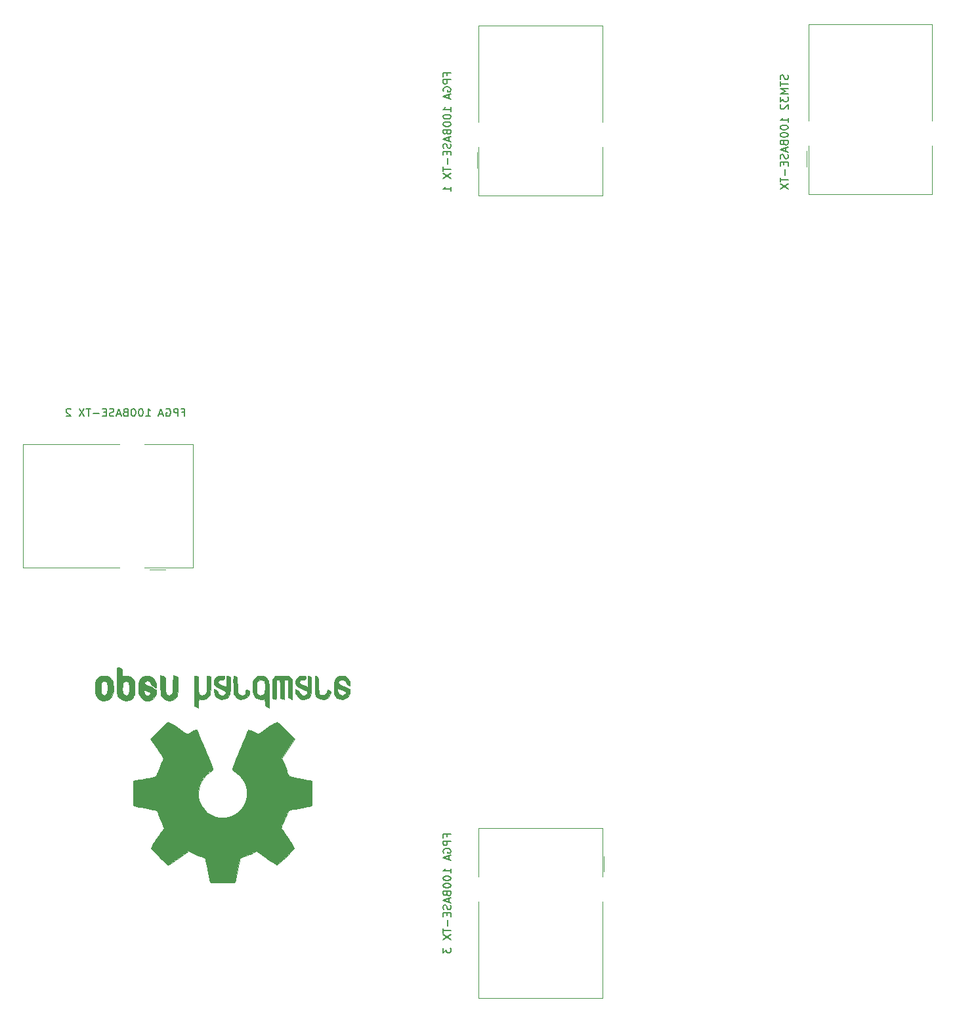
<source format=gbr>
G04 #@! TF.GenerationSoftware,KiCad,Pcbnew,(5.1.6)-1*
G04 #@! TF.CreationDate,2020-06-16T21:04:05+02:00*
G04 #@! TF.ProjectId,ethernet-sniffer,65746865-726e-4657-942d-736e69666665,rev?*
G04 #@! TF.SameCoordinates,Original*
G04 #@! TF.FileFunction,Legend,Bot*
G04 #@! TF.FilePolarity,Positive*
%FSLAX46Y46*%
G04 Gerber Fmt 4.6, Leading zero omitted, Abs format (unit mm)*
G04 Created by KiCad (PCBNEW (5.1.6)-1) date 2020-06-16 21:04:05*
%MOMM*%
%LPD*%
G01*
G04 APERTURE LIST*
%ADD10C,0.150000*%
%ADD11C,0.010000*%
%ADD12C,0.120000*%
G04 APERTURE END LIST*
D10*
X143178571Y-133214285D02*
X143178571Y-132880952D01*
X143702380Y-132880952D02*
X142702380Y-132880952D01*
X142702380Y-133357142D01*
X143702380Y-133738095D02*
X142702380Y-133738095D01*
X142702380Y-134119047D01*
X142750000Y-134214285D01*
X142797619Y-134261904D01*
X142892857Y-134309523D01*
X143035714Y-134309523D01*
X143130952Y-134261904D01*
X143178571Y-134214285D01*
X143226190Y-134119047D01*
X143226190Y-133738095D01*
X142750000Y-135261904D02*
X142702380Y-135166666D01*
X142702380Y-135023809D01*
X142750000Y-134880952D01*
X142845238Y-134785714D01*
X142940476Y-134738095D01*
X143130952Y-134690476D01*
X143273809Y-134690476D01*
X143464285Y-134738095D01*
X143559523Y-134785714D01*
X143654761Y-134880952D01*
X143702380Y-135023809D01*
X143702380Y-135119047D01*
X143654761Y-135261904D01*
X143607142Y-135309523D01*
X143273809Y-135309523D01*
X143273809Y-135119047D01*
X143416666Y-135690476D02*
X143416666Y-136166666D01*
X143702380Y-135595238D02*
X142702380Y-135928571D01*
X143702380Y-136261904D01*
X143702380Y-137880952D02*
X143702380Y-137309523D01*
X143702380Y-137595238D02*
X142702380Y-137595238D01*
X142845238Y-137500000D01*
X142940476Y-137404761D01*
X142988095Y-137309523D01*
X142702380Y-138500000D02*
X142702380Y-138595238D01*
X142750000Y-138690476D01*
X142797619Y-138738095D01*
X142892857Y-138785714D01*
X143083333Y-138833333D01*
X143321428Y-138833333D01*
X143511904Y-138785714D01*
X143607142Y-138738095D01*
X143654761Y-138690476D01*
X143702380Y-138595238D01*
X143702380Y-138500000D01*
X143654761Y-138404761D01*
X143607142Y-138357142D01*
X143511904Y-138309523D01*
X143321428Y-138261904D01*
X143083333Y-138261904D01*
X142892857Y-138309523D01*
X142797619Y-138357142D01*
X142750000Y-138404761D01*
X142702380Y-138500000D01*
X142702380Y-139452380D02*
X142702380Y-139547619D01*
X142750000Y-139642857D01*
X142797619Y-139690476D01*
X142892857Y-139738095D01*
X143083333Y-139785714D01*
X143321428Y-139785714D01*
X143511904Y-139738095D01*
X143607142Y-139690476D01*
X143654761Y-139642857D01*
X143702380Y-139547619D01*
X143702380Y-139452380D01*
X143654761Y-139357142D01*
X143607142Y-139309523D01*
X143511904Y-139261904D01*
X143321428Y-139214285D01*
X143083333Y-139214285D01*
X142892857Y-139261904D01*
X142797619Y-139309523D01*
X142750000Y-139357142D01*
X142702380Y-139452380D01*
X143178571Y-140547619D02*
X143226190Y-140690476D01*
X143273809Y-140738095D01*
X143369047Y-140785714D01*
X143511904Y-140785714D01*
X143607142Y-140738095D01*
X143654761Y-140690476D01*
X143702380Y-140595238D01*
X143702380Y-140214285D01*
X142702380Y-140214285D01*
X142702380Y-140547619D01*
X142750000Y-140642857D01*
X142797619Y-140690476D01*
X142892857Y-140738095D01*
X142988095Y-140738095D01*
X143083333Y-140690476D01*
X143130952Y-140642857D01*
X143178571Y-140547619D01*
X143178571Y-140214285D01*
X143416666Y-141166666D02*
X143416666Y-141642857D01*
X143702380Y-141071428D02*
X142702380Y-141404761D01*
X143702380Y-141738095D01*
X143654761Y-142023809D02*
X143702380Y-142166666D01*
X143702380Y-142404761D01*
X143654761Y-142500000D01*
X143607142Y-142547619D01*
X143511904Y-142595238D01*
X143416666Y-142595238D01*
X143321428Y-142547619D01*
X143273809Y-142500000D01*
X143226190Y-142404761D01*
X143178571Y-142214285D01*
X143130952Y-142119047D01*
X143083333Y-142071428D01*
X142988095Y-142023809D01*
X142892857Y-142023809D01*
X142797619Y-142071428D01*
X142750000Y-142119047D01*
X142702380Y-142214285D01*
X142702380Y-142452380D01*
X142750000Y-142595238D01*
X143178571Y-143023809D02*
X143178571Y-143357142D01*
X143702380Y-143500000D02*
X143702380Y-143023809D01*
X142702380Y-143023809D01*
X142702380Y-143500000D01*
X143321428Y-143928571D02*
X143321428Y-144690476D01*
X142702380Y-145023809D02*
X142702380Y-145595238D01*
X143702380Y-145309523D02*
X142702380Y-145309523D01*
X142702380Y-145833333D02*
X143702380Y-146500000D01*
X142702380Y-146500000D02*
X143702380Y-145833333D01*
X142702380Y-147547619D02*
X142702380Y-148166666D01*
X143083333Y-147833333D01*
X143083333Y-147976190D01*
X143130952Y-148071428D01*
X143178571Y-148119047D01*
X143273809Y-148166666D01*
X143511904Y-148166666D01*
X143607142Y-148119047D01*
X143654761Y-148071428D01*
X143702380Y-147976190D01*
X143702380Y-147690476D01*
X143654761Y-147595238D01*
X143607142Y-147547619D01*
X109035714Y-78428571D02*
X109369047Y-78428571D01*
X109369047Y-78952380D02*
X109369047Y-77952380D01*
X108892857Y-77952380D01*
X108511904Y-78952380D02*
X108511904Y-77952380D01*
X108130952Y-77952380D01*
X108035714Y-78000000D01*
X107988095Y-78047619D01*
X107940476Y-78142857D01*
X107940476Y-78285714D01*
X107988095Y-78380952D01*
X108035714Y-78428571D01*
X108130952Y-78476190D01*
X108511904Y-78476190D01*
X106988095Y-78000000D02*
X107083333Y-77952380D01*
X107226190Y-77952380D01*
X107369047Y-78000000D01*
X107464285Y-78095238D01*
X107511904Y-78190476D01*
X107559523Y-78380952D01*
X107559523Y-78523809D01*
X107511904Y-78714285D01*
X107464285Y-78809523D01*
X107369047Y-78904761D01*
X107226190Y-78952380D01*
X107130952Y-78952380D01*
X106988095Y-78904761D01*
X106940476Y-78857142D01*
X106940476Y-78523809D01*
X107130952Y-78523809D01*
X106559523Y-78666666D02*
X106083333Y-78666666D01*
X106654761Y-78952380D02*
X106321428Y-77952380D01*
X105988095Y-78952380D01*
X104369047Y-78952380D02*
X104940476Y-78952380D01*
X104654761Y-78952380D02*
X104654761Y-77952380D01*
X104750000Y-78095238D01*
X104845238Y-78190476D01*
X104940476Y-78238095D01*
X103750000Y-77952380D02*
X103654761Y-77952380D01*
X103559523Y-78000000D01*
X103511904Y-78047619D01*
X103464285Y-78142857D01*
X103416666Y-78333333D01*
X103416666Y-78571428D01*
X103464285Y-78761904D01*
X103511904Y-78857142D01*
X103559523Y-78904761D01*
X103654761Y-78952380D01*
X103750000Y-78952380D01*
X103845238Y-78904761D01*
X103892857Y-78857142D01*
X103940476Y-78761904D01*
X103988095Y-78571428D01*
X103988095Y-78333333D01*
X103940476Y-78142857D01*
X103892857Y-78047619D01*
X103845238Y-78000000D01*
X103750000Y-77952380D01*
X102797619Y-77952380D02*
X102702380Y-77952380D01*
X102607142Y-78000000D01*
X102559523Y-78047619D01*
X102511904Y-78142857D01*
X102464285Y-78333333D01*
X102464285Y-78571428D01*
X102511904Y-78761904D01*
X102559523Y-78857142D01*
X102607142Y-78904761D01*
X102702380Y-78952380D01*
X102797619Y-78952380D01*
X102892857Y-78904761D01*
X102940476Y-78857142D01*
X102988095Y-78761904D01*
X103035714Y-78571428D01*
X103035714Y-78333333D01*
X102988095Y-78142857D01*
X102940476Y-78047619D01*
X102892857Y-78000000D01*
X102797619Y-77952380D01*
X101702380Y-78428571D02*
X101559523Y-78476190D01*
X101511904Y-78523809D01*
X101464285Y-78619047D01*
X101464285Y-78761904D01*
X101511904Y-78857142D01*
X101559523Y-78904761D01*
X101654761Y-78952380D01*
X102035714Y-78952380D01*
X102035714Y-77952380D01*
X101702380Y-77952380D01*
X101607142Y-78000000D01*
X101559523Y-78047619D01*
X101511904Y-78142857D01*
X101511904Y-78238095D01*
X101559523Y-78333333D01*
X101607142Y-78380952D01*
X101702380Y-78428571D01*
X102035714Y-78428571D01*
X101083333Y-78666666D02*
X100607142Y-78666666D01*
X101178571Y-78952380D02*
X100845238Y-77952380D01*
X100511904Y-78952380D01*
X100226190Y-78904761D02*
X100083333Y-78952380D01*
X99845238Y-78952380D01*
X99750000Y-78904761D01*
X99702380Y-78857142D01*
X99654761Y-78761904D01*
X99654761Y-78666666D01*
X99702380Y-78571428D01*
X99750000Y-78523809D01*
X99845238Y-78476190D01*
X100035714Y-78428571D01*
X100130952Y-78380952D01*
X100178571Y-78333333D01*
X100226190Y-78238095D01*
X100226190Y-78142857D01*
X100178571Y-78047619D01*
X100130952Y-78000000D01*
X100035714Y-77952380D01*
X99797619Y-77952380D01*
X99654761Y-78000000D01*
X99226190Y-78428571D02*
X98892857Y-78428571D01*
X98750000Y-78952380D02*
X99226190Y-78952380D01*
X99226190Y-77952380D01*
X98750000Y-77952380D01*
X98321428Y-78571428D02*
X97559523Y-78571428D01*
X97226190Y-77952380D02*
X96654761Y-77952380D01*
X96940476Y-78952380D02*
X96940476Y-77952380D01*
X96416666Y-77952380D02*
X95750000Y-78952380D01*
X95750000Y-77952380D02*
X96416666Y-78952380D01*
X94654761Y-78047619D02*
X94607142Y-78000000D01*
X94511904Y-77952380D01*
X94273809Y-77952380D01*
X94178571Y-78000000D01*
X94130952Y-78047619D01*
X94083333Y-78142857D01*
X94083333Y-78238095D01*
X94130952Y-78380952D01*
X94702380Y-78952380D01*
X94083333Y-78952380D01*
X143178571Y-34964285D02*
X143178571Y-34630952D01*
X143702380Y-34630952D02*
X142702380Y-34630952D01*
X142702380Y-35107142D01*
X143702380Y-35488095D02*
X142702380Y-35488095D01*
X142702380Y-35869047D01*
X142750000Y-35964285D01*
X142797619Y-36011904D01*
X142892857Y-36059523D01*
X143035714Y-36059523D01*
X143130952Y-36011904D01*
X143178571Y-35964285D01*
X143226190Y-35869047D01*
X143226190Y-35488095D01*
X142750000Y-37011904D02*
X142702380Y-36916666D01*
X142702380Y-36773809D01*
X142750000Y-36630952D01*
X142845238Y-36535714D01*
X142940476Y-36488095D01*
X143130952Y-36440476D01*
X143273809Y-36440476D01*
X143464285Y-36488095D01*
X143559523Y-36535714D01*
X143654761Y-36630952D01*
X143702380Y-36773809D01*
X143702380Y-36869047D01*
X143654761Y-37011904D01*
X143607142Y-37059523D01*
X143273809Y-37059523D01*
X143273809Y-36869047D01*
X143416666Y-37440476D02*
X143416666Y-37916666D01*
X143702380Y-37345238D02*
X142702380Y-37678571D01*
X143702380Y-38011904D01*
X143702380Y-39630952D02*
X143702380Y-39059523D01*
X143702380Y-39345238D02*
X142702380Y-39345238D01*
X142845238Y-39250000D01*
X142940476Y-39154761D01*
X142988095Y-39059523D01*
X142702380Y-40250000D02*
X142702380Y-40345238D01*
X142750000Y-40440476D01*
X142797619Y-40488095D01*
X142892857Y-40535714D01*
X143083333Y-40583333D01*
X143321428Y-40583333D01*
X143511904Y-40535714D01*
X143607142Y-40488095D01*
X143654761Y-40440476D01*
X143702380Y-40345238D01*
X143702380Y-40250000D01*
X143654761Y-40154761D01*
X143607142Y-40107142D01*
X143511904Y-40059523D01*
X143321428Y-40011904D01*
X143083333Y-40011904D01*
X142892857Y-40059523D01*
X142797619Y-40107142D01*
X142750000Y-40154761D01*
X142702380Y-40250000D01*
X142702380Y-41202380D02*
X142702380Y-41297619D01*
X142750000Y-41392857D01*
X142797619Y-41440476D01*
X142892857Y-41488095D01*
X143083333Y-41535714D01*
X143321428Y-41535714D01*
X143511904Y-41488095D01*
X143607142Y-41440476D01*
X143654761Y-41392857D01*
X143702380Y-41297619D01*
X143702380Y-41202380D01*
X143654761Y-41107142D01*
X143607142Y-41059523D01*
X143511904Y-41011904D01*
X143321428Y-40964285D01*
X143083333Y-40964285D01*
X142892857Y-41011904D01*
X142797619Y-41059523D01*
X142750000Y-41107142D01*
X142702380Y-41202380D01*
X143178571Y-42297619D02*
X143226190Y-42440476D01*
X143273809Y-42488095D01*
X143369047Y-42535714D01*
X143511904Y-42535714D01*
X143607142Y-42488095D01*
X143654761Y-42440476D01*
X143702380Y-42345238D01*
X143702380Y-41964285D01*
X142702380Y-41964285D01*
X142702380Y-42297619D01*
X142750000Y-42392857D01*
X142797619Y-42440476D01*
X142892857Y-42488095D01*
X142988095Y-42488095D01*
X143083333Y-42440476D01*
X143130952Y-42392857D01*
X143178571Y-42297619D01*
X143178571Y-41964285D01*
X143416666Y-42916666D02*
X143416666Y-43392857D01*
X143702380Y-42821428D02*
X142702380Y-43154761D01*
X143702380Y-43488095D01*
X143654761Y-43773809D02*
X143702380Y-43916666D01*
X143702380Y-44154761D01*
X143654761Y-44250000D01*
X143607142Y-44297619D01*
X143511904Y-44345238D01*
X143416666Y-44345238D01*
X143321428Y-44297619D01*
X143273809Y-44250000D01*
X143226190Y-44154761D01*
X143178571Y-43964285D01*
X143130952Y-43869047D01*
X143083333Y-43821428D01*
X142988095Y-43773809D01*
X142892857Y-43773809D01*
X142797619Y-43821428D01*
X142750000Y-43869047D01*
X142702380Y-43964285D01*
X142702380Y-44202380D01*
X142750000Y-44345238D01*
X143178571Y-44773809D02*
X143178571Y-45107142D01*
X143702380Y-45250000D02*
X143702380Y-44773809D01*
X142702380Y-44773809D01*
X142702380Y-45250000D01*
X143321428Y-45678571D02*
X143321428Y-46440476D01*
X142702380Y-46773809D02*
X142702380Y-47345238D01*
X143702380Y-47059523D02*
X142702380Y-47059523D01*
X142702380Y-47583333D02*
X143702380Y-48250000D01*
X142702380Y-48250000D02*
X143702380Y-47583333D01*
X143702380Y-49916666D02*
X143702380Y-49345238D01*
X143702380Y-49630952D02*
X142702380Y-49630952D01*
X142845238Y-49535714D01*
X142940476Y-49440476D01*
X142988095Y-49345238D01*
X187154761Y-34916666D02*
X187202380Y-35059523D01*
X187202380Y-35297619D01*
X187154761Y-35392857D01*
X187107142Y-35440476D01*
X187011904Y-35488095D01*
X186916666Y-35488095D01*
X186821428Y-35440476D01*
X186773809Y-35392857D01*
X186726190Y-35297619D01*
X186678571Y-35107142D01*
X186630952Y-35011904D01*
X186583333Y-34964285D01*
X186488095Y-34916666D01*
X186392857Y-34916666D01*
X186297619Y-34964285D01*
X186250000Y-35011904D01*
X186202380Y-35107142D01*
X186202380Y-35345238D01*
X186250000Y-35488095D01*
X186202380Y-35773809D02*
X186202380Y-36345238D01*
X187202380Y-36059523D02*
X186202380Y-36059523D01*
X187202380Y-36678571D02*
X186202380Y-36678571D01*
X186916666Y-37011904D01*
X186202380Y-37345238D01*
X187202380Y-37345238D01*
X186202380Y-37726190D02*
X186202380Y-38345238D01*
X186583333Y-38011904D01*
X186583333Y-38154761D01*
X186630952Y-38250000D01*
X186678571Y-38297619D01*
X186773809Y-38345238D01*
X187011904Y-38345238D01*
X187107142Y-38297619D01*
X187154761Y-38250000D01*
X187202380Y-38154761D01*
X187202380Y-37869047D01*
X187154761Y-37773809D01*
X187107142Y-37726190D01*
X186297619Y-38726190D02*
X186250000Y-38773809D01*
X186202380Y-38869047D01*
X186202380Y-39107142D01*
X186250000Y-39202380D01*
X186297619Y-39250000D01*
X186392857Y-39297619D01*
X186488095Y-39297619D01*
X186630952Y-39250000D01*
X187202380Y-38678571D01*
X187202380Y-39297619D01*
X187202380Y-41011904D02*
X187202380Y-40440476D01*
X187202380Y-40726190D02*
X186202380Y-40726190D01*
X186345238Y-40630952D01*
X186440476Y-40535714D01*
X186488095Y-40440476D01*
X186202380Y-41630952D02*
X186202380Y-41726190D01*
X186250000Y-41821428D01*
X186297619Y-41869047D01*
X186392857Y-41916666D01*
X186583333Y-41964285D01*
X186821428Y-41964285D01*
X187011904Y-41916666D01*
X187107142Y-41869047D01*
X187154761Y-41821428D01*
X187202380Y-41726190D01*
X187202380Y-41630952D01*
X187154761Y-41535714D01*
X187107142Y-41488095D01*
X187011904Y-41440476D01*
X186821428Y-41392857D01*
X186583333Y-41392857D01*
X186392857Y-41440476D01*
X186297619Y-41488095D01*
X186250000Y-41535714D01*
X186202380Y-41630952D01*
X186202380Y-42583333D02*
X186202380Y-42678571D01*
X186250000Y-42773809D01*
X186297619Y-42821428D01*
X186392857Y-42869047D01*
X186583333Y-42916666D01*
X186821428Y-42916666D01*
X187011904Y-42869047D01*
X187107142Y-42821428D01*
X187154761Y-42773809D01*
X187202380Y-42678571D01*
X187202380Y-42583333D01*
X187154761Y-42488095D01*
X187107142Y-42440476D01*
X187011904Y-42392857D01*
X186821428Y-42345238D01*
X186583333Y-42345238D01*
X186392857Y-42392857D01*
X186297619Y-42440476D01*
X186250000Y-42488095D01*
X186202380Y-42583333D01*
X186678571Y-43678571D02*
X186726190Y-43821428D01*
X186773809Y-43869047D01*
X186869047Y-43916666D01*
X187011904Y-43916666D01*
X187107142Y-43869047D01*
X187154761Y-43821428D01*
X187202380Y-43726190D01*
X187202380Y-43345238D01*
X186202380Y-43345238D01*
X186202380Y-43678571D01*
X186250000Y-43773809D01*
X186297619Y-43821428D01*
X186392857Y-43869047D01*
X186488095Y-43869047D01*
X186583333Y-43821428D01*
X186630952Y-43773809D01*
X186678571Y-43678571D01*
X186678571Y-43345238D01*
X186916666Y-44297619D02*
X186916666Y-44773809D01*
X187202380Y-44202380D02*
X186202380Y-44535714D01*
X187202380Y-44869047D01*
X187154761Y-45154761D02*
X187202380Y-45297619D01*
X187202380Y-45535714D01*
X187154761Y-45630952D01*
X187107142Y-45678571D01*
X187011904Y-45726190D01*
X186916666Y-45726190D01*
X186821428Y-45678571D01*
X186773809Y-45630952D01*
X186726190Y-45535714D01*
X186678571Y-45345238D01*
X186630952Y-45250000D01*
X186583333Y-45202380D01*
X186488095Y-45154761D01*
X186392857Y-45154761D01*
X186297619Y-45202380D01*
X186250000Y-45250000D01*
X186202380Y-45345238D01*
X186202380Y-45583333D01*
X186250000Y-45726190D01*
X186678571Y-46154761D02*
X186678571Y-46488095D01*
X187202380Y-46630952D02*
X187202380Y-46154761D01*
X186202380Y-46154761D01*
X186202380Y-46630952D01*
X186821428Y-47059523D02*
X186821428Y-47821428D01*
X186202380Y-48154761D02*
X186202380Y-48726190D01*
X187202380Y-48440476D02*
X186202380Y-48440476D01*
X186202380Y-48964285D02*
X187202380Y-49630952D01*
X186202380Y-49630952D02*
X187202380Y-48964285D01*
D11*
G36*
X102179749Y-115595242D02*
G01*
X102458625Y-115456194D01*
X102704770Y-115200173D01*
X102772557Y-115105340D01*
X102846406Y-114981249D01*
X102894320Y-114846469D01*
X102921732Y-114666589D01*
X102934072Y-114407195D01*
X102936782Y-114064748D01*
X102924545Y-113595461D01*
X102882010Y-113243104D01*
X102800442Y-112980230D01*
X102671104Y-112779393D01*
X102485260Y-112613147D01*
X102471605Y-112603304D01*
X102288451Y-112502616D01*
X102067899Y-112452799D01*
X101787405Y-112440517D01*
X101331418Y-112440517D01*
X101331226Y-111997857D01*
X101326983Y-111751325D01*
X101301126Y-111606716D01*
X101233554Y-111519986D01*
X101104170Y-111447089D01*
X101073098Y-111432196D01*
X100927692Y-111362403D01*
X100815110Y-111318321D01*
X100731396Y-111314514D01*
X100672595Y-111365547D01*
X100634751Y-111485983D01*
X100613907Y-111690386D01*
X100606109Y-111993320D01*
X100607400Y-112409349D01*
X100613823Y-112953037D01*
X100615829Y-113115661D01*
X100623056Y-113676245D01*
X100629530Y-114042947D01*
X101331034Y-114042947D01*
X101334977Y-113731685D01*
X101352500Y-113528033D01*
X101392145Y-113393712D01*
X101462453Y-113290441D01*
X101510188Y-113240073D01*
X101705338Y-113092697D01*
X101878118Y-113080701D01*
X102056400Y-113202405D01*
X102060919Y-113206896D01*
X102133456Y-113300955D01*
X102177582Y-113428789D01*
X102199840Y-113625655D01*
X102206771Y-113926811D01*
X102206896Y-113993530D01*
X102190146Y-114408542D01*
X102135620Y-114696237D01*
X102036911Y-114871865D01*
X101887610Y-114950677D01*
X101801321Y-114958621D01*
X101596526Y-114921350D01*
X101456052Y-114798629D01*
X101371494Y-114574096D01*
X101334449Y-114231386D01*
X101331034Y-114042947D01*
X100629530Y-114042947D01*
X100630716Y-114110119D01*
X100640617Y-114436545D01*
X100654564Y-114674781D01*
X100674365Y-114844090D01*
X100701826Y-114963731D01*
X100738753Y-115052966D01*
X100786954Y-115131056D01*
X100807622Y-115160440D01*
X101081781Y-115438008D01*
X101428413Y-115595382D01*
X101829384Y-115639256D01*
X102179749Y-115595242D01*
G37*
X102179749Y-115595242D02*
X102458625Y-115456194D01*
X102704770Y-115200173D01*
X102772557Y-115105340D01*
X102846406Y-114981249D01*
X102894320Y-114846469D01*
X102921732Y-114666589D01*
X102934072Y-114407195D01*
X102936782Y-114064748D01*
X102924545Y-113595461D01*
X102882010Y-113243104D01*
X102800442Y-112980230D01*
X102671104Y-112779393D01*
X102485260Y-112613147D01*
X102471605Y-112603304D01*
X102288451Y-112502616D01*
X102067899Y-112452799D01*
X101787405Y-112440517D01*
X101331418Y-112440517D01*
X101331226Y-111997857D01*
X101326983Y-111751325D01*
X101301126Y-111606716D01*
X101233554Y-111519986D01*
X101104170Y-111447089D01*
X101073098Y-111432196D01*
X100927692Y-111362403D01*
X100815110Y-111318321D01*
X100731396Y-111314514D01*
X100672595Y-111365547D01*
X100634751Y-111485983D01*
X100613907Y-111690386D01*
X100606109Y-111993320D01*
X100607400Y-112409349D01*
X100613823Y-112953037D01*
X100615829Y-113115661D01*
X100623056Y-113676245D01*
X100629530Y-114042947D01*
X101331034Y-114042947D01*
X101334977Y-113731685D01*
X101352500Y-113528033D01*
X101392145Y-113393712D01*
X101462453Y-113290441D01*
X101510188Y-113240073D01*
X101705338Y-113092697D01*
X101878118Y-113080701D01*
X102056400Y-113202405D01*
X102060919Y-113206896D01*
X102133456Y-113300955D01*
X102177582Y-113428789D01*
X102199840Y-113625655D01*
X102206771Y-113926811D01*
X102206896Y-113993530D01*
X102190146Y-114408542D01*
X102135620Y-114696237D01*
X102036911Y-114871865D01*
X101887610Y-114950677D01*
X101801321Y-114958621D01*
X101596526Y-114921350D01*
X101456052Y-114798629D01*
X101371494Y-114574096D01*
X101334449Y-114231386D01*
X101331034Y-114042947D01*
X100629530Y-114042947D01*
X100630716Y-114110119D01*
X100640617Y-114436545D01*
X100654564Y-114674781D01*
X100674365Y-114844090D01*
X100701826Y-114963731D01*
X100738753Y-115052966D01*
X100786954Y-115131056D01*
X100807622Y-115160440D01*
X101081781Y-115438008D01*
X101428413Y-115595382D01*
X101829384Y-115639256D01*
X102179749Y-115595242D01*
G36*
X107793573Y-115555702D02*
G01*
X108027807Y-115420215D01*
X108190661Y-115285733D01*
X108309766Y-115144836D01*
X108391819Y-114972532D01*
X108443515Y-114743829D01*
X108471550Y-114433734D01*
X108482621Y-114017256D01*
X108483908Y-113717872D01*
X108483908Y-112615851D01*
X108173707Y-112476792D01*
X107863506Y-112337732D01*
X107827011Y-113544763D01*
X107811932Y-113995551D01*
X107796113Y-114322748D01*
X107776514Y-114548722D01*
X107750092Y-114695839D01*
X107713808Y-114786468D01*
X107664619Y-114842976D01*
X107648837Y-114855207D01*
X107409719Y-114950734D01*
X107168018Y-114912933D01*
X107024138Y-114812644D01*
X106965611Y-114741576D01*
X106925098Y-114648319D01*
X106899351Y-114506942D01*
X106885122Y-114291514D01*
X106879160Y-113976104D01*
X106878161Y-113647395D01*
X106877965Y-113235001D01*
X106870903Y-112943097D01*
X106847268Y-112746224D01*
X106797350Y-112618923D01*
X106711439Y-112535734D01*
X106579829Y-112471199D01*
X106404042Y-112404139D01*
X106212051Y-112331144D01*
X106234905Y-113626635D01*
X106244108Y-114093653D01*
X106254876Y-114438775D01*
X106270307Y-114686079D01*
X106293504Y-114859637D01*
X106327568Y-114983526D01*
X106375598Y-115081818D01*
X106433504Y-115168540D01*
X106712879Y-115445575D01*
X107053781Y-115605778D01*
X107424562Y-115644153D01*
X107793573Y-115555702D01*
G37*
X107793573Y-115555702D02*
X108027807Y-115420215D01*
X108190661Y-115285733D01*
X108309766Y-115144836D01*
X108391819Y-114972532D01*
X108443515Y-114743829D01*
X108471550Y-114433734D01*
X108482621Y-114017256D01*
X108483908Y-113717872D01*
X108483908Y-112615851D01*
X108173707Y-112476792D01*
X107863506Y-112337732D01*
X107827011Y-113544763D01*
X107811932Y-113995551D01*
X107796113Y-114322748D01*
X107776514Y-114548722D01*
X107750092Y-114695839D01*
X107713808Y-114786468D01*
X107664619Y-114842976D01*
X107648837Y-114855207D01*
X107409719Y-114950734D01*
X107168018Y-114912933D01*
X107024138Y-114812644D01*
X106965611Y-114741576D01*
X106925098Y-114648319D01*
X106899351Y-114506942D01*
X106885122Y-114291514D01*
X106879160Y-113976104D01*
X106878161Y-113647395D01*
X106877965Y-113235001D01*
X106870903Y-112943097D01*
X106847268Y-112746224D01*
X106797350Y-112618923D01*
X106711439Y-112535734D01*
X106579829Y-112471199D01*
X106404042Y-112404139D01*
X106212051Y-112331144D01*
X106234905Y-113626635D01*
X106244108Y-114093653D01*
X106254876Y-114438775D01*
X106270307Y-114686079D01*
X106293504Y-114859637D01*
X106327568Y-114983526D01*
X106375598Y-115081818D01*
X106433504Y-115168540D01*
X106712879Y-115445575D01*
X107053781Y-115605778D01*
X107424562Y-115644153D01*
X107793573Y-115555702D01*
G36*
X99370551Y-115584963D02*
G01*
X99712653Y-115405080D01*
X99965127Y-115115584D01*
X100054811Y-114929467D01*
X100124598Y-114650020D01*
X100160322Y-114296933D01*
X100163709Y-113911572D01*
X100136487Y-113535302D01*
X100080383Y-113209487D01*
X99997125Y-112975493D01*
X99971537Y-112935194D01*
X99668454Y-112634378D01*
X99308467Y-112454207D01*
X98917848Y-112401480D01*
X98522869Y-112482995D01*
X98412949Y-112531866D01*
X98198890Y-112682470D01*
X98011020Y-112882163D01*
X97993265Y-112907489D01*
X97921097Y-113029547D01*
X97873392Y-113160024D01*
X97845210Y-113331788D01*
X97831611Y-113577705D01*
X97827655Y-113930641D01*
X97827586Y-114009770D01*
X97827768Y-114034952D01*
X98557471Y-114034952D01*
X98561718Y-113701859D01*
X98578431Y-113480815D01*
X98613563Y-113338038D01*
X98673071Y-113239745D01*
X98703448Y-113206896D01*
X98878089Y-113082070D01*
X99047646Y-113087763D01*
X99219086Y-113196040D01*
X99321338Y-113311634D01*
X99381895Y-113480356D01*
X99415902Y-113746418D01*
X99418235Y-113777449D01*
X99424039Y-114259633D01*
X99363374Y-114617750D01*
X99237061Y-114849600D01*
X99045919Y-114952983D01*
X98977689Y-114958621D01*
X98798527Y-114930268D01*
X98675975Y-114832041D01*
X98601044Y-114644185D01*
X98564748Y-114346945D01*
X98557471Y-114034952D01*
X97827768Y-114034952D01*
X97830305Y-114385853D01*
X97841719Y-114648628D01*
X97866721Y-114830714D01*
X97910197Y-114964730D01*
X97977039Y-115083296D01*
X97991810Y-115105340D01*
X98240079Y-115402483D01*
X98510604Y-115574979D01*
X98839952Y-115643453D01*
X98951791Y-115646798D01*
X99370551Y-115584963D01*
G37*
X99370551Y-115584963D02*
X99712653Y-115405080D01*
X99965127Y-115115584D01*
X100054811Y-114929467D01*
X100124598Y-114650020D01*
X100160322Y-114296933D01*
X100163709Y-113911572D01*
X100136487Y-113535302D01*
X100080383Y-113209487D01*
X99997125Y-112975493D01*
X99971537Y-112935194D01*
X99668454Y-112634378D01*
X99308467Y-112454207D01*
X98917848Y-112401480D01*
X98522869Y-112482995D01*
X98412949Y-112531866D01*
X98198890Y-112682470D01*
X98011020Y-112882163D01*
X97993265Y-112907489D01*
X97921097Y-113029547D01*
X97873392Y-113160024D01*
X97845210Y-113331788D01*
X97831611Y-113577705D01*
X97827655Y-113930641D01*
X97827586Y-114009770D01*
X97827768Y-114034952D01*
X98557471Y-114034952D01*
X98561718Y-113701859D01*
X98578431Y-113480815D01*
X98613563Y-113338038D01*
X98673071Y-113239745D01*
X98703448Y-113206896D01*
X98878089Y-113082070D01*
X99047646Y-113087763D01*
X99219086Y-113196040D01*
X99321338Y-113311634D01*
X99381895Y-113480356D01*
X99415902Y-113746418D01*
X99418235Y-113777449D01*
X99424039Y-114259633D01*
X99363374Y-114617750D01*
X99237061Y-114849600D01*
X99045919Y-114952983D01*
X98977689Y-114958621D01*
X98798527Y-114930268D01*
X98675975Y-114832041D01*
X98601044Y-114644185D01*
X98564748Y-114346945D01*
X98557471Y-114034952D01*
X97827768Y-114034952D01*
X97830305Y-114385853D01*
X97841719Y-114648628D01*
X97866721Y-114830714D01*
X97910197Y-114964730D01*
X97977039Y-115083296D01*
X97991810Y-115105340D01*
X98240079Y-115402483D01*
X98510604Y-115574979D01*
X98839952Y-115643453D01*
X98951791Y-115646798D01*
X99370551Y-115584963D01*
G36*
X105038879Y-115538309D02*
G01*
X105326644Y-115344721D01*
X105549027Y-115065127D01*
X105681873Y-114709337D01*
X105708742Y-114447463D01*
X105705690Y-114338184D01*
X105680140Y-114254514D01*
X105609903Y-114179553D01*
X105472790Y-114096401D01*
X105246612Y-113988156D01*
X104909180Y-113837918D01*
X104907471Y-113837164D01*
X104596876Y-113694907D01*
X104342181Y-113568586D01*
X104169417Y-113471801D01*
X104104615Y-113418150D01*
X104104598Y-113417718D01*
X104161712Y-113300889D01*
X104295273Y-113172114D01*
X104448605Y-113079347D01*
X104526288Y-113060919D01*
X104738223Y-113124654D01*
X104920732Y-113284272D01*
X105009782Y-113459766D01*
X105095450Y-113589143D01*
X105263257Y-113736478D01*
X105460519Y-113863760D01*
X105634551Y-113932978D01*
X105670943Y-113936781D01*
X105711907Y-113874198D01*
X105714375Y-113714222D01*
X105684271Y-113498518D01*
X105627516Y-113268748D01*
X105550034Y-113066576D01*
X105546121Y-113058727D01*
X105312953Y-112733165D01*
X105010760Y-112511723D01*
X104667568Y-112403034D01*
X104311400Y-112415735D01*
X103970281Y-112558459D01*
X103955113Y-112568495D01*
X103686775Y-112811684D01*
X103510330Y-113128977D01*
X103412684Y-113546185D01*
X103399579Y-113663403D01*
X103376370Y-114216676D01*
X103404194Y-114474689D01*
X104104598Y-114474689D01*
X104113698Y-114313743D01*
X104163473Y-114266772D01*
X104287564Y-114301912D01*
X104483167Y-114384978D01*
X104701814Y-114489102D01*
X104707248Y-114491859D01*
X104892574Y-114589338D01*
X104966953Y-114654390D01*
X104948612Y-114722587D01*
X104871382Y-114812196D01*
X104674900Y-114941873D01*
X104463306Y-114951401D01*
X104273507Y-114857027D01*
X104142411Y-114674996D01*
X104104598Y-114474689D01*
X103404194Y-114474689D01*
X103424109Y-114659348D01*
X103546586Y-115010428D01*
X103717090Y-115256381D01*
X104024837Y-115504926D01*
X104363821Y-115628222D01*
X104709886Y-115636079D01*
X105038879Y-115538309D01*
G37*
X105038879Y-115538309D02*
X105326644Y-115344721D01*
X105549027Y-115065127D01*
X105681873Y-114709337D01*
X105708742Y-114447463D01*
X105705690Y-114338184D01*
X105680140Y-114254514D01*
X105609903Y-114179553D01*
X105472790Y-114096401D01*
X105246612Y-113988156D01*
X104909180Y-113837918D01*
X104907471Y-113837164D01*
X104596876Y-113694907D01*
X104342181Y-113568586D01*
X104169417Y-113471801D01*
X104104615Y-113418150D01*
X104104598Y-113417718D01*
X104161712Y-113300889D01*
X104295273Y-113172114D01*
X104448605Y-113079347D01*
X104526288Y-113060919D01*
X104738223Y-113124654D01*
X104920732Y-113284272D01*
X105009782Y-113459766D01*
X105095450Y-113589143D01*
X105263257Y-113736478D01*
X105460519Y-113863760D01*
X105634551Y-113932978D01*
X105670943Y-113936781D01*
X105711907Y-113874198D01*
X105714375Y-113714222D01*
X105684271Y-113498518D01*
X105627516Y-113268748D01*
X105550034Y-113066576D01*
X105546121Y-113058727D01*
X105312953Y-112733165D01*
X105010760Y-112511723D01*
X104667568Y-112403034D01*
X104311400Y-112415735D01*
X103970281Y-112558459D01*
X103955113Y-112568495D01*
X103686775Y-112811684D01*
X103510330Y-113128977D01*
X103412684Y-113546185D01*
X103399579Y-113663403D01*
X103376370Y-114216676D01*
X103404194Y-114474689D01*
X104104598Y-114474689D01*
X104113698Y-114313743D01*
X104163473Y-114266772D01*
X104287564Y-114301912D01*
X104483167Y-114384978D01*
X104701814Y-114489102D01*
X104707248Y-114491859D01*
X104892574Y-114589338D01*
X104966953Y-114654390D01*
X104948612Y-114722587D01*
X104871382Y-114812196D01*
X104674900Y-114941873D01*
X104463306Y-114951401D01*
X104273507Y-114857027D01*
X104142411Y-114674996D01*
X104104598Y-114474689D01*
X103404194Y-114474689D01*
X103424109Y-114659348D01*
X103546586Y-115010428D01*
X103717090Y-115256381D01*
X104024837Y-115504926D01*
X104363821Y-115628222D01*
X104709886Y-115636079D01*
X105038879Y-115538309D01*
G36*
X111111494Y-115940357D02*
G01*
X111132884Y-115642031D01*
X111157452Y-115466234D01*
X111191497Y-115389553D01*
X111241317Y-115388572D01*
X111257471Y-115397726D01*
X111472349Y-115464005D01*
X111751862Y-115460135D01*
X112036036Y-115392002D01*
X112213775Y-115303861D01*
X112396013Y-115163054D01*
X112529233Y-115003703D01*
X112620687Y-114801226D01*
X112677624Y-114531036D01*
X112707297Y-114168550D01*
X112716955Y-113689184D01*
X112717128Y-113597226D01*
X112717241Y-112564280D01*
X112487384Y-112484151D01*
X112324130Y-112429639D01*
X112234561Y-112404258D01*
X112231924Y-112404023D01*
X112223104Y-112472850D01*
X112215597Y-112662692D01*
X112209975Y-112948588D01*
X112206809Y-113305578D01*
X112206322Y-113522622D01*
X112205306Y-113950568D01*
X112200079Y-114257280D01*
X112187367Y-114467499D01*
X112163899Y-114605966D01*
X112126403Y-114697421D01*
X112071606Y-114766603D01*
X112037393Y-114799921D01*
X111802372Y-114934179D01*
X111545911Y-114944233D01*
X111313224Y-114830688D01*
X111270194Y-114789692D01*
X111207079Y-114712607D01*
X111163301Y-114621172D01*
X111135355Y-114488963D01*
X111119741Y-114289558D01*
X111112955Y-113996536D01*
X111111494Y-113592522D01*
X111111494Y-112564280D01*
X110881637Y-112484151D01*
X110718383Y-112429639D01*
X110628813Y-112404258D01*
X110626177Y-112404023D01*
X110619437Y-112473880D01*
X110613362Y-112670924D01*
X110608194Y-112976367D01*
X110604178Y-113371419D01*
X110601558Y-113837293D01*
X110600576Y-114355199D01*
X110600575Y-114378236D01*
X110600575Y-116352449D01*
X110837787Y-116452508D01*
X111075000Y-116552567D01*
X111111494Y-115940357D01*
G37*
X111111494Y-115940357D02*
X111132884Y-115642031D01*
X111157452Y-115466234D01*
X111191497Y-115389553D01*
X111241317Y-115388572D01*
X111257471Y-115397726D01*
X111472349Y-115464005D01*
X111751862Y-115460135D01*
X112036036Y-115392002D01*
X112213775Y-115303861D01*
X112396013Y-115163054D01*
X112529233Y-115003703D01*
X112620687Y-114801226D01*
X112677624Y-114531036D01*
X112707297Y-114168550D01*
X112716955Y-113689184D01*
X112717128Y-113597226D01*
X112717241Y-112564280D01*
X112487384Y-112484151D01*
X112324130Y-112429639D01*
X112234561Y-112404258D01*
X112231924Y-112404023D01*
X112223104Y-112472850D01*
X112215597Y-112662692D01*
X112209975Y-112948588D01*
X112206809Y-113305578D01*
X112206322Y-113522622D01*
X112205306Y-113950568D01*
X112200079Y-114257280D01*
X112187367Y-114467499D01*
X112163899Y-114605966D01*
X112126403Y-114697421D01*
X112071606Y-114766603D01*
X112037393Y-114799921D01*
X111802372Y-114934179D01*
X111545911Y-114944233D01*
X111313224Y-114830688D01*
X111270194Y-114789692D01*
X111207079Y-114712607D01*
X111163301Y-114621172D01*
X111135355Y-114488963D01*
X111119741Y-114289558D01*
X111112955Y-113996536D01*
X111111494Y-113592522D01*
X111111494Y-112564280D01*
X110881637Y-112484151D01*
X110718383Y-112429639D01*
X110628813Y-112404258D01*
X110626177Y-112404023D01*
X110619437Y-112473880D01*
X110613362Y-112670924D01*
X110608194Y-112976367D01*
X110604178Y-113371419D01*
X110601558Y-113837293D01*
X110600576Y-114355199D01*
X110600575Y-114378236D01*
X110600575Y-116352449D01*
X110837787Y-116452508D01*
X111075000Y-116552567D01*
X111111494Y-115940357D01*
G36*
X114449861Y-115439099D02*
G01*
X114735857Y-115332896D01*
X114739129Y-115330854D01*
X114916008Y-115200675D01*
X115046589Y-115048541D01*
X115138428Y-114850282D01*
X115199084Y-114581728D01*
X115236113Y-114218708D01*
X115257073Y-113737051D01*
X115258910Y-113668429D01*
X115285299Y-112633697D01*
X115063228Y-112518860D01*
X114902545Y-112441255D01*
X114805525Y-112404484D01*
X114801038Y-112404023D01*
X114784249Y-112471874D01*
X114770912Y-112654897D01*
X114762708Y-112922298D01*
X114760919Y-113138826D01*
X114760878Y-113489594D01*
X114744843Y-113709872D01*
X114688949Y-113814937D01*
X114569331Y-113820063D01*
X114362123Y-113740525D01*
X114049282Y-113594319D01*
X113819242Y-113472887D01*
X113700927Y-113367534D01*
X113666145Y-113252710D01*
X113666092Y-113247027D01*
X113723488Y-113049223D01*
X113893424Y-112942363D01*
X114153495Y-112926885D01*
X114340824Y-112929570D01*
X114439598Y-112875617D01*
X114501196Y-112746023D01*
X114536648Y-112580919D01*
X114485557Y-112487239D01*
X114466320Y-112473831D01*
X114285207Y-112419985D01*
X114031582Y-112412362D01*
X113770391Y-112448054D01*
X113585313Y-112513280D01*
X113329430Y-112730537D01*
X113183977Y-113032959D01*
X113155172Y-113269231D01*
X113177155Y-113482345D01*
X113256701Y-113656309D01*
X113414209Y-113810819D01*
X113670078Y-113965570D01*
X114044706Y-114140257D01*
X114067529Y-114150130D01*
X114404993Y-114306029D01*
X114613235Y-114433885D01*
X114702493Y-114548779D01*
X114683008Y-114665792D01*
X114565017Y-114800004D01*
X114529734Y-114830891D01*
X114293398Y-114950647D01*
X114048514Y-114945605D01*
X113835241Y-114828190D01*
X113693740Y-114610828D01*
X113680592Y-114568164D01*
X113552557Y-114361240D01*
X113390093Y-114261570D01*
X113155172Y-114162794D01*
X113155172Y-114418355D01*
X113226633Y-114789819D01*
X113438738Y-115130540D01*
X113549113Y-115244523D01*
X113800013Y-115390816D01*
X114119088Y-115457040D01*
X114449861Y-115439099D01*
G37*
X114449861Y-115439099D02*
X114735857Y-115332896D01*
X114739129Y-115330854D01*
X114916008Y-115200675D01*
X115046589Y-115048541D01*
X115138428Y-114850282D01*
X115199084Y-114581728D01*
X115236113Y-114218708D01*
X115257073Y-113737051D01*
X115258910Y-113668429D01*
X115285299Y-112633697D01*
X115063228Y-112518860D01*
X114902545Y-112441255D01*
X114805525Y-112404484D01*
X114801038Y-112404023D01*
X114784249Y-112471874D01*
X114770912Y-112654897D01*
X114762708Y-112922298D01*
X114760919Y-113138826D01*
X114760878Y-113489594D01*
X114744843Y-113709872D01*
X114688949Y-113814937D01*
X114569331Y-113820063D01*
X114362123Y-113740525D01*
X114049282Y-113594319D01*
X113819242Y-113472887D01*
X113700927Y-113367534D01*
X113666145Y-113252710D01*
X113666092Y-113247027D01*
X113723488Y-113049223D01*
X113893424Y-112942363D01*
X114153495Y-112926885D01*
X114340824Y-112929570D01*
X114439598Y-112875617D01*
X114501196Y-112746023D01*
X114536648Y-112580919D01*
X114485557Y-112487239D01*
X114466320Y-112473831D01*
X114285207Y-112419985D01*
X114031582Y-112412362D01*
X113770391Y-112448054D01*
X113585313Y-112513280D01*
X113329430Y-112730537D01*
X113183977Y-113032959D01*
X113155172Y-113269231D01*
X113177155Y-113482345D01*
X113256701Y-113656309D01*
X113414209Y-113810819D01*
X113670078Y-113965570D01*
X114044706Y-114140257D01*
X114067529Y-114150130D01*
X114404993Y-114306029D01*
X114613235Y-114433885D01*
X114702493Y-114548779D01*
X114683008Y-114665792D01*
X114565017Y-114800004D01*
X114529734Y-114830891D01*
X114293398Y-114950647D01*
X114048514Y-114945605D01*
X113835241Y-114828190D01*
X113693740Y-114610828D01*
X113680592Y-114568164D01*
X113552557Y-114361240D01*
X113390093Y-114261570D01*
X113155172Y-114162794D01*
X113155172Y-114418355D01*
X113226633Y-114789819D01*
X113438738Y-115130540D01*
X113549113Y-115244523D01*
X113800013Y-115390816D01*
X114119088Y-115457040D01*
X114449861Y-115439099D01*
G36*
X116914857Y-115445200D02*
G01*
X117246413Y-115322851D01*
X117515024Y-115106451D01*
X117620079Y-114954120D01*
X117734606Y-114674598D01*
X117732227Y-114472485D01*
X117612020Y-114336554D01*
X117567543Y-114313440D01*
X117375510Y-114241374D01*
X117277440Y-114259837D01*
X117244222Y-114380854D01*
X117242529Y-114447701D01*
X117181714Y-114693629D01*
X117023202Y-114865664D01*
X116802885Y-114948755D01*
X116556658Y-114927847D01*
X116356505Y-114819260D01*
X116288902Y-114757320D01*
X116240984Y-114682177D01*
X116208615Y-114568587D01*
X116187659Y-114391309D01*
X116173981Y-114125101D01*
X116163445Y-113744721D01*
X116160717Y-113624281D01*
X116150766Y-113212263D01*
X116139453Y-112922279D01*
X116122486Y-112730418D01*
X116095576Y-112612767D01*
X116054432Y-112545413D01*
X115994765Y-112504443D01*
X115956564Y-112486343D01*
X115794333Y-112424450D01*
X115698835Y-112404023D01*
X115667280Y-112472243D01*
X115648019Y-112678491D01*
X115640949Y-113025148D01*
X115645966Y-113514594D01*
X115647528Y-113590086D01*
X115658552Y-114036628D01*
X115671588Y-114362692D01*
X115690138Y-114593771D01*
X115717705Y-114755356D01*
X115757792Y-114872938D01*
X115813902Y-114972010D01*
X115843254Y-115014463D01*
X116011548Y-115202300D01*
X116199775Y-115348405D01*
X116222819Y-115361159D01*
X116560333Y-115461851D01*
X116914857Y-115445200D01*
G37*
X116914857Y-115445200D02*
X117246413Y-115322851D01*
X117515024Y-115106451D01*
X117620079Y-114954120D01*
X117734606Y-114674598D01*
X117732227Y-114472485D01*
X117612020Y-114336554D01*
X117567543Y-114313440D01*
X117375510Y-114241374D01*
X117277440Y-114259837D01*
X117244222Y-114380854D01*
X117242529Y-114447701D01*
X117181714Y-114693629D01*
X117023202Y-114865664D01*
X116802885Y-114948755D01*
X116556658Y-114927847D01*
X116356505Y-114819260D01*
X116288902Y-114757320D01*
X116240984Y-114682177D01*
X116208615Y-114568587D01*
X116187659Y-114391309D01*
X116173981Y-114125101D01*
X116163445Y-113744721D01*
X116160717Y-113624281D01*
X116150766Y-113212263D01*
X116139453Y-112922279D01*
X116122486Y-112730418D01*
X116095576Y-112612767D01*
X116054432Y-112545413D01*
X115994765Y-112504443D01*
X115956564Y-112486343D01*
X115794333Y-112424450D01*
X115698835Y-112404023D01*
X115667280Y-112472243D01*
X115648019Y-112678491D01*
X115640949Y-113025148D01*
X115645966Y-113514594D01*
X115647528Y-113590086D01*
X115658552Y-114036628D01*
X115671588Y-114362692D01*
X115690138Y-114593771D01*
X115717705Y-114755356D01*
X115757792Y-114872938D01*
X115813902Y-114972010D01*
X115843254Y-115014463D01*
X116011548Y-115202300D01*
X116199775Y-115348405D01*
X116222819Y-115361159D01*
X116560333Y-115461851D01*
X116914857Y-115445200D01*
G36*
X120234785Y-114863861D02*
G01*
X120233858Y-114318347D01*
X120230270Y-113898702D01*
X120222506Y-113584824D01*
X120209055Y-113356612D01*
X120188404Y-113193962D01*
X120159040Y-113076772D01*
X120119452Y-112984940D01*
X120089475Y-112932522D01*
X119841224Y-112648264D01*
X119526471Y-112470088D01*
X119178228Y-112406154D01*
X118829511Y-112464626D01*
X118621857Y-112569702D01*
X118403862Y-112751471D01*
X118255291Y-112973469D01*
X118165652Y-113264199D01*
X118124453Y-113652162D01*
X118118618Y-113936781D01*
X118119405Y-113957235D01*
X118629310Y-113957235D01*
X118632425Y-113630856D01*
X118646694Y-113414799D01*
X118679511Y-113273454D01*
X118738264Y-113171216D01*
X118808464Y-113094096D01*
X119044219Y-112945237D01*
X119297350Y-112932521D01*
X119536589Y-113056802D01*
X119555210Y-113073642D01*
X119634686Y-113161244D01*
X119684520Y-113265471D01*
X119711499Y-113420596D01*
X119722412Y-113660890D01*
X119724138Y-113926553D01*
X119720397Y-114260299D01*
X119704911Y-114482945D01*
X119671285Y-114629267D01*
X119613126Y-114734045D01*
X119565438Y-114789692D01*
X119343907Y-114930037D01*
X119088769Y-114946912D01*
X118845238Y-114839716D01*
X118798239Y-114799921D01*
X118718232Y-114711546D01*
X118668296Y-114606245D01*
X118641483Y-114449373D01*
X118630848Y-114206281D01*
X118629310Y-113957235D01*
X118119405Y-113957235D01*
X118136259Y-114395132D01*
X118196179Y-114739511D01*
X118308869Y-114998420D01*
X118484821Y-115200360D01*
X118621857Y-115303861D01*
X118870940Y-115415679D01*
X119159637Y-115467581D01*
X119427998Y-115453688D01*
X119578161Y-115397643D01*
X119637088Y-115381693D01*
X119676191Y-115441163D01*
X119703487Y-115600529D01*
X119724138Y-115843282D01*
X119746747Y-116113647D01*
X119778153Y-116276313D01*
X119835298Y-116369331D01*
X119935126Y-116430752D01*
X119997845Y-116457952D01*
X120235057Y-116557321D01*
X120234785Y-114863861D01*
G37*
X120234785Y-114863861D02*
X120233858Y-114318347D01*
X120230270Y-113898702D01*
X120222506Y-113584824D01*
X120209055Y-113356612D01*
X120188404Y-113193962D01*
X120159040Y-113076772D01*
X120119452Y-112984940D01*
X120089475Y-112932522D01*
X119841224Y-112648264D01*
X119526471Y-112470088D01*
X119178228Y-112406154D01*
X118829511Y-112464626D01*
X118621857Y-112569702D01*
X118403862Y-112751471D01*
X118255291Y-112973469D01*
X118165652Y-113264199D01*
X118124453Y-113652162D01*
X118118618Y-113936781D01*
X118119405Y-113957235D01*
X118629310Y-113957235D01*
X118632425Y-113630856D01*
X118646694Y-113414799D01*
X118679511Y-113273454D01*
X118738264Y-113171216D01*
X118808464Y-113094096D01*
X119044219Y-112945237D01*
X119297350Y-112932521D01*
X119536589Y-113056802D01*
X119555210Y-113073642D01*
X119634686Y-113161244D01*
X119684520Y-113265471D01*
X119711499Y-113420596D01*
X119722412Y-113660890D01*
X119724138Y-113926553D01*
X119720397Y-114260299D01*
X119704911Y-114482945D01*
X119671285Y-114629267D01*
X119613126Y-114734045D01*
X119565438Y-114789692D01*
X119343907Y-114930037D01*
X119088769Y-114946912D01*
X118845238Y-114839716D01*
X118798239Y-114799921D01*
X118718232Y-114711546D01*
X118668296Y-114606245D01*
X118641483Y-114449373D01*
X118630848Y-114206281D01*
X118629310Y-113957235D01*
X118119405Y-113957235D01*
X118136259Y-114395132D01*
X118196179Y-114739511D01*
X118308869Y-114998420D01*
X118484821Y-115200360D01*
X118621857Y-115303861D01*
X118870940Y-115415679D01*
X119159637Y-115467581D01*
X119427998Y-115453688D01*
X119578161Y-115397643D01*
X119637088Y-115381693D01*
X119676191Y-115441163D01*
X119703487Y-115600529D01*
X119724138Y-115843282D01*
X119746747Y-116113647D01*
X119778153Y-116276313D01*
X119835298Y-116369331D01*
X119935126Y-116430752D01*
X119997845Y-116457952D01*
X120235057Y-116557321D01*
X120234785Y-114863861D01*
G36*
X123200309Y-115400400D02*
G01*
X123211448Y-115208367D01*
X123220177Y-114916523D01*
X123225787Y-114547947D01*
X123227586Y-114161361D01*
X123227586Y-112853183D01*
X122996612Y-112622208D01*
X122837444Y-112479883D01*
X122697723Y-112422232D01*
X122506755Y-112425881D01*
X122430951Y-112435166D01*
X122194025Y-112462185D01*
X121998055Y-112477668D01*
X121950287Y-112479097D01*
X121789248Y-112469744D01*
X121558928Y-112446265D01*
X121469624Y-112435166D01*
X121250285Y-112417998D01*
X121102883Y-112455288D01*
X120956724Y-112570413D01*
X120903963Y-112622208D01*
X120672988Y-112853183D01*
X120672988Y-115300132D01*
X120858894Y-115384836D01*
X121018974Y-115447576D01*
X121112630Y-115469540D01*
X121136643Y-115400125D01*
X121159087Y-115206174D01*
X121178466Y-114909129D01*
X121193285Y-114530431D01*
X121200432Y-114210488D01*
X121220402Y-112951437D01*
X121394619Y-112926804D01*
X121553073Y-112944027D01*
X121630714Y-112999792D01*
X121652417Y-113104053D01*
X121670946Y-113326141D01*
X121684828Y-113637914D01*
X121692591Y-114011233D01*
X121693710Y-114203348D01*
X121694828Y-115309283D01*
X121924685Y-115389411D01*
X122087373Y-115443891D01*
X122175868Y-115469298D01*
X122178421Y-115469540D01*
X122187299Y-115400477D01*
X122197057Y-115208973D01*
X122206878Y-114918552D01*
X122215940Y-114552739D01*
X122222271Y-114210488D01*
X122242241Y-112951437D01*
X122680172Y-112951437D01*
X122700268Y-114100087D01*
X122720364Y-115248738D01*
X122933856Y-115359139D01*
X123091483Y-115434951D01*
X123184775Y-115469354D01*
X123187467Y-115469540D01*
X123200309Y-115400400D01*
G37*
X123200309Y-115400400D02*
X123211448Y-115208367D01*
X123220177Y-114916523D01*
X123225787Y-114547947D01*
X123227586Y-114161361D01*
X123227586Y-112853183D01*
X122996612Y-112622208D01*
X122837444Y-112479883D01*
X122697723Y-112422232D01*
X122506755Y-112425881D01*
X122430951Y-112435166D01*
X122194025Y-112462185D01*
X121998055Y-112477668D01*
X121950287Y-112479097D01*
X121789248Y-112469744D01*
X121558928Y-112446265D01*
X121469624Y-112435166D01*
X121250285Y-112417998D01*
X121102883Y-112455288D01*
X120956724Y-112570413D01*
X120903963Y-112622208D01*
X120672988Y-112853183D01*
X120672988Y-115300132D01*
X120858894Y-115384836D01*
X121018974Y-115447576D01*
X121112630Y-115469540D01*
X121136643Y-115400125D01*
X121159087Y-115206174D01*
X121178466Y-114909129D01*
X121193285Y-114530431D01*
X121200432Y-114210488D01*
X121220402Y-112951437D01*
X121394619Y-112926804D01*
X121553073Y-112944027D01*
X121630714Y-112999792D01*
X121652417Y-113104053D01*
X121670946Y-113326141D01*
X121684828Y-113637914D01*
X121692591Y-114011233D01*
X121693710Y-114203348D01*
X121694828Y-115309283D01*
X121924685Y-115389411D01*
X122087373Y-115443891D01*
X122175868Y-115469298D01*
X122178421Y-115469540D01*
X122187299Y-115400477D01*
X122197057Y-115208973D01*
X122206878Y-114918552D01*
X122215940Y-114552739D01*
X122222271Y-114210488D01*
X122242241Y-112951437D01*
X122680172Y-112951437D01*
X122700268Y-114100087D01*
X122720364Y-115248738D01*
X122933856Y-115359139D01*
X123091483Y-115434951D01*
X123184775Y-115469354D01*
X123187467Y-115469540D01*
X123200309Y-115400400D01*
G36*
X125036016Y-115412109D02*
G01*
X125246172Y-115316516D01*
X125411124Y-115200686D01*
X125531986Y-115071170D01*
X125615431Y-114904092D01*
X125668133Y-114675577D01*
X125696767Y-114361748D01*
X125708008Y-113938731D01*
X125709195Y-113660168D01*
X125709195Y-112573431D01*
X125523290Y-112488727D01*
X125376865Y-112426820D01*
X125304324Y-112404023D01*
X125290446Y-112471858D01*
X125279437Y-112654764D01*
X125272696Y-112921842D01*
X125271264Y-113133908D01*
X125265114Y-113440281D01*
X125248531Y-113683331D01*
X125224316Y-113832164D01*
X125205080Y-113863793D01*
X125075778Y-113831494D01*
X124872793Y-113748651D01*
X124637755Y-113636347D01*
X124412293Y-113515663D01*
X124238038Y-113407680D01*
X124156619Y-113333481D01*
X124156297Y-113332678D01*
X124163300Y-113195358D01*
X124226098Y-113064270D01*
X124336352Y-112957797D01*
X124497273Y-112922185D01*
X124634802Y-112926335D01*
X124829586Y-112929388D01*
X124931831Y-112883754D01*
X124993237Y-112763186D01*
X125000980Y-112740450D01*
X125027600Y-112568504D01*
X124956413Y-112464100D01*
X124770860Y-112414343D01*
X124570420Y-112405140D01*
X124209725Y-112473355D01*
X124023006Y-112570774D01*
X123792406Y-112799631D01*
X123670108Y-113080544D01*
X123659134Y-113377372D01*
X123762503Y-113653973D01*
X123917991Y-113827299D01*
X124073234Y-113924337D01*
X124317238Y-114047188D01*
X124601580Y-114171771D01*
X124648975Y-114190808D01*
X124961303Y-114328638D01*
X125141347Y-114450115D01*
X125199251Y-114570881D01*
X125145159Y-114706575D01*
X125052299Y-114812644D01*
X124832818Y-114943245D01*
X124591325Y-114953041D01*
X124369859Y-114852398D01*
X124210464Y-114651684D01*
X124189543Y-114599900D01*
X124067739Y-114409437D01*
X123889912Y-114268037D01*
X123665517Y-114151998D01*
X123665517Y-114481039D01*
X123678725Y-114682081D01*
X123735354Y-114840534D01*
X123860917Y-115009592D01*
X123981454Y-115139810D01*
X124168886Y-115324195D01*
X124314514Y-115423244D01*
X124470930Y-115462975D01*
X124647983Y-115469540D01*
X125036016Y-115412109D01*
G37*
X125036016Y-115412109D02*
X125246172Y-115316516D01*
X125411124Y-115200686D01*
X125531986Y-115071170D01*
X125615431Y-114904092D01*
X125668133Y-114675577D01*
X125696767Y-114361748D01*
X125708008Y-113938731D01*
X125709195Y-113660168D01*
X125709195Y-112573431D01*
X125523290Y-112488727D01*
X125376865Y-112426820D01*
X125304324Y-112404023D01*
X125290446Y-112471858D01*
X125279437Y-112654764D01*
X125272696Y-112921842D01*
X125271264Y-113133908D01*
X125265114Y-113440281D01*
X125248531Y-113683331D01*
X125224316Y-113832164D01*
X125205080Y-113863793D01*
X125075778Y-113831494D01*
X124872793Y-113748651D01*
X124637755Y-113636347D01*
X124412293Y-113515663D01*
X124238038Y-113407680D01*
X124156619Y-113333481D01*
X124156297Y-113332678D01*
X124163300Y-113195358D01*
X124226098Y-113064270D01*
X124336352Y-112957797D01*
X124497273Y-112922185D01*
X124634802Y-112926335D01*
X124829586Y-112929388D01*
X124931831Y-112883754D01*
X124993237Y-112763186D01*
X125000980Y-112740450D01*
X125027600Y-112568504D01*
X124956413Y-112464100D01*
X124770860Y-112414343D01*
X124570420Y-112405140D01*
X124209725Y-112473355D01*
X124023006Y-112570774D01*
X123792406Y-112799631D01*
X123670108Y-113080544D01*
X123659134Y-113377372D01*
X123762503Y-113653973D01*
X123917991Y-113827299D01*
X124073234Y-113924337D01*
X124317238Y-114047188D01*
X124601580Y-114171771D01*
X124648975Y-114190808D01*
X124961303Y-114328638D01*
X125141347Y-114450115D01*
X125199251Y-114570881D01*
X125145159Y-114706575D01*
X125052299Y-114812644D01*
X124832818Y-114943245D01*
X124591325Y-114953041D01*
X124369859Y-114852398D01*
X124210464Y-114651684D01*
X124189543Y-114599900D01*
X124067739Y-114409437D01*
X123889912Y-114268037D01*
X123665517Y-114151998D01*
X123665517Y-114481039D01*
X123678725Y-114682081D01*
X123735354Y-114840534D01*
X123860917Y-115009592D01*
X123981454Y-115139810D01*
X124168886Y-115324195D01*
X124314514Y-115423244D01*
X124470930Y-115462975D01*
X124647983Y-115469540D01*
X125036016Y-115412109D01*
G36*
X127589224Y-115399954D02*
G01*
X127676463Y-115361827D01*
X127884692Y-115196912D01*
X128062756Y-114958456D01*
X128172881Y-114703984D01*
X128190805Y-114578531D01*
X128130713Y-114403383D01*
X127998901Y-114310707D01*
X127857577Y-114254590D01*
X127792865Y-114244250D01*
X127761355Y-114319293D01*
X127699135Y-114482597D01*
X127671837Y-114556386D01*
X127518771Y-114811631D01*
X127297153Y-114938943D01*
X127012982Y-114935028D01*
X126991934Y-114930014D01*
X126840220Y-114858083D01*
X126728685Y-114717853D01*
X126652506Y-114492092D01*
X126606861Y-114163573D01*
X126586926Y-113715066D01*
X126585057Y-113476416D01*
X126584130Y-113100217D01*
X126578056Y-112843763D01*
X126561899Y-112680819D01*
X126530720Y-112585155D01*
X126479582Y-112530536D01*
X126403547Y-112490731D01*
X126399152Y-112488727D01*
X126252727Y-112426820D01*
X126180186Y-112404023D01*
X126169040Y-112472945D01*
X126159498Y-112663450D01*
X126152247Y-112951148D01*
X126147977Y-113311647D01*
X126147126Y-113575464D01*
X126151469Y-114085968D01*
X126168455Y-114473258D01*
X126204018Y-114759940D01*
X126264094Y-114968621D01*
X126354620Y-115121910D01*
X126481529Y-115242414D01*
X126606848Y-115326518D01*
X126908186Y-115438452D01*
X127258893Y-115463698D01*
X127589224Y-115399954D01*
G37*
X127589224Y-115399954D02*
X127676463Y-115361827D01*
X127884692Y-115196912D01*
X128062756Y-114958456D01*
X128172881Y-114703984D01*
X128190805Y-114578531D01*
X128130713Y-114403383D01*
X127998901Y-114310707D01*
X127857577Y-114254590D01*
X127792865Y-114244250D01*
X127761355Y-114319293D01*
X127699135Y-114482597D01*
X127671837Y-114556386D01*
X127518771Y-114811631D01*
X127297153Y-114938943D01*
X127012982Y-114935028D01*
X126991934Y-114930014D01*
X126840220Y-114858083D01*
X126728685Y-114717853D01*
X126652506Y-114492092D01*
X126606861Y-114163573D01*
X126586926Y-113715066D01*
X126585057Y-113476416D01*
X126584130Y-113100217D01*
X126578056Y-112843763D01*
X126561899Y-112680819D01*
X126530720Y-112585155D01*
X126479582Y-112530536D01*
X126403547Y-112490731D01*
X126399152Y-112488727D01*
X126252727Y-112426820D01*
X126180186Y-112404023D01*
X126169040Y-112472945D01*
X126159498Y-112663450D01*
X126152247Y-112951148D01*
X126147977Y-113311647D01*
X126147126Y-113575464D01*
X126151469Y-114085968D01*
X126168455Y-114473258D01*
X126204018Y-114759940D01*
X126264094Y-114968621D01*
X126354620Y-115121910D01*
X126481529Y-115242414D01*
X126606848Y-115326518D01*
X126908186Y-115438452D01*
X127258893Y-115463698D01*
X127589224Y-115399954D01*
G36*
X130108597Y-115358650D02*
G01*
X130397374Y-115169915D01*
X130536660Y-115000956D01*
X130647009Y-114694362D01*
X130655773Y-114451755D01*
X130635919Y-114127360D01*
X129887787Y-113799903D01*
X129524026Y-113632605D01*
X129286343Y-113498025D01*
X129162753Y-113381459D01*
X129141276Y-113268200D01*
X129209930Y-113143544D01*
X129285632Y-113060919D01*
X129505907Y-112928416D01*
X129745491Y-112919132D01*
X129965530Y-113022398D01*
X130127171Y-113227542D01*
X130156082Y-113299981D01*
X130294563Y-113526228D01*
X130453882Y-113622649D01*
X130672414Y-113705136D01*
X130672414Y-113392415D01*
X130653094Y-113179611D01*
X130577414Y-113000155D01*
X130418795Y-112794109D01*
X130395219Y-112767334D01*
X130218782Y-112584021D01*
X130067118Y-112485645D01*
X129877374Y-112440387D01*
X129720076Y-112425566D01*
X129438716Y-112421873D01*
X129238425Y-112468663D01*
X129113474Y-112538132D01*
X128917094Y-112690898D01*
X128781158Y-112856114D01*
X128695129Y-113063897D01*
X128648469Y-113344365D01*
X128630640Y-113727634D01*
X128629217Y-113922159D01*
X128634056Y-114155368D01*
X129074748Y-114155368D01*
X129079859Y-114030259D01*
X129092598Y-114009770D01*
X129176664Y-114037604D01*
X129357576Y-114111267D01*
X129599368Y-114215998D01*
X129649932Y-114238508D01*
X129955508Y-114393894D01*
X130123868Y-114530462D01*
X130160869Y-114658378D01*
X130072367Y-114787809D01*
X129999277Y-114844999D01*
X129735540Y-114959375D01*
X129488690Y-114940479D01*
X129282031Y-114800871D01*
X129138869Y-114553117D01*
X129092970Y-114356465D01*
X129074748Y-114155368D01*
X128634056Y-114155368D01*
X128638648Y-114376622D01*
X128673397Y-114712867D01*
X128742235Y-114957711D01*
X128853930Y-115137972D01*
X129017253Y-115280468D01*
X129088457Y-115326518D01*
X129411906Y-115446446D01*
X129766030Y-115453992D01*
X130108597Y-115358650D01*
G37*
X130108597Y-115358650D02*
X130397374Y-115169915D01*
X130536660Y-115000956D01*
X130647009Y-114694362D01*
X130655773Y-114451755D01*
X130635919Y-114127360D01*
X129887787Y-113799903D01*
X129524026Y-113632605D01*
X129286343Y-113498025D01*
X129162753Y-113381459D01*
X129141276Y-113268200D01*
X129209930Y-113143544D01*
X129285632Y-113060919D01*
X129505907Y-112928416D01*
X129745491Y-112919132D01*
X129965530Y-113022398D01*
X130127171Y-113227542D01*
X130156082Y-113299981D01*
X130294563Y-113526228D01*
X130453882Y-113622649D01*
X130672414Y-113705136D01*
X130672414Y-113392415D01*
X130653094Y-113179611D01*
X130577414Y-113000155D01*
X130418795Y-112794109D01*
X130395219Y-112767334D01*
X130218782Y-112584021D01*
X130067118Y-112485645D01*
X129877374Y-112440387D01*
X129720076Y-112425566D01*
X129438716Y-112421873D01*
X129238425Y-112468663D01*
X129113474Y-112538132D01*
X128917094Y-112690898D01*
X128781158Y-112856114D01*
X128695129Y-113063897D01*
X128648469Y-113344365D01*
X128630640Y-113727634D01*
X128629217Y-113922159D01*
X128634056Y-114155368D01*
X129074748Y-114155368D01*
X129079859Y-114030259D01*
X129092598Y-114009770D01*
X129176664Y-114037604D01*
X129357576Y-114111267D01*
X129599368Y-114215998D01*
X129649932Y-114238508D01*
X129955508Y-114393894D01*
X130123868Y-114530462D01*
X130160869Y-114658378D01*
X130072367Y-114787809D01*
X129999277Y-114844999D01*
X129735540Y-114959375D01*
X129488690Y-114940479D01*
X129282031Y-114800871D01*
X129138869Y-114553117D01*
X129092970Y-114356465D01*
X129074748Y-114155368D01*
X128634056Y-114155368D01*
X128638648Y-114376622D01*
X128673397Y-114712867D01*
X128742235Y-114957711D01*
X128853930Y-115137972D01*
X129017253Y-115280468D01*
X129088457Y-115326518D01*
X129411906Y-115446446D01*
X129766030Y-115453992D01*
X130108597Y-115358650D01*
G36*
X114772534Y-139117505D02*
G01*
X115167515Y-139115342D01*
X115453368Y-139109487D01*
X115648517Y-139098095D01*
X115771385Y-139079325D01*
X115840398Y-139051334D01*
X115873979Y-139012279D01*
X115890552Y-138960318D01*
X115892163Y-138953592D01*
X115917338Y-138832217D01*
X115963937Y-138592738D01*
X116027113Y-138260643D01*
X116102018Y-137861423D01*
X116183804Y-137420566D01*
X116186660Y-137405083D01*
X116268583Y-136973046D01*
X116345232Y-136591328D01*
X116411659Y-136282822D01*
X116462918Y-136070423D01*
X116494064Y-135977025D01*
X116495549Y-135975370D01*
X116587298Y-135929761D01*
X116776464Y-135853758D01*
X117022195Y-135763768D01*
X117023563Y-135763287D01*
X117333081Y-135646945D01*
X117697989Y-135498740D01*
X118041953Y-135349728D01*
X118058232Y-135342360D01*
X118618475Y-135088086D01*
X119859046Y-135935257D01*
X120239614Y-136193520D01*
X120584352Y-136424407D01*
X120873287Y-136614790D01*
X121086447Y-136751537D01*
X121203860Y-136821518D01*
X121215010Y-136826708D01*
X121300336Y-136803601D01*
X121459703Y-136692110D01*
X121699327Y-136486978D01*
X122025423Y-136182948D01*
X122358321Y-135859488D01*
X122679235Y-135540746D01*
X122966452Y-135249885D01*
X123202681Y-135004869D01*
X123370632Y-134823659D01*
X123453014Y-134724217D01*
X123456079Y-134719098D01*
X123465186Y-134650859D01*
X123430876Y-134539416D01*
X123344672Y-134369721D01*
X123198098Y-134126722D01*
X122982676Y-133795372D01*
X122695499Y-133368811D01*
X122440634Y-132993362D01*
X122212807Y-132656626D01*
X122025181Y-132378151D01*
X121890923Y-132177488D01*
X121823199Y-132074187D01*
X121818936Y-132067174D01*
X121827204Y-131968198D01*
X121889882Y-131775828D01*
X121994495Y-131526421D01*
X122031780Y-131446772D01*
X122194465Y-131091935D01*
X122368030Y-130689316D01*
X122509022Y-130340948D01*
X122610617Y-130082390D01*
X122691314Y-129885896D01*
X122737945Y-129783200D01*
X122743743Y-129775287D01*
X122829506Y-129762180D01*
X123031672Y-129726266D01*
X123323358Y-129672658D01*
X123677686Y-129606467D01*
X124067775Y-129532808D01*
X124466744Y-129456792D01*
X124847713Y-129383530D01*
X125183801Y-129318137D01*
X125448129Y-129265724D01*
X125613815Y-129231403D01*
X125654454Y-129221699D01*
X125696433Y-129197749D01*
X125728121Y-129143660D01*
X125750944Y-129041172D01*
X125766328Y-128872028D01*
X125775699Y-128617971D01*
X125780481Y-128260743D01*
X125782100Y-127782087D01*
X125782184Y-127585888D01*
X125782184Y-125990234D01*
X125398994Y-125914601D01*
X125185805Y-125873590D01*
X124867674Y-125813727D01*
X124483288Y-125742233D01*
X124071336Y-125666332D01*
X123957471Y-125645484D01*
X123577331Y-125571574D01*
X123246170Y-125498895D01*
X122991784Y-125434178D01*
X122841969Y-125384156D01*
X122817013Y-125369247D01*
X122755733Y-125263664D01*
X122667869Y-125059076D01*
X122570432Y-124795792D01*
X122551105Y-124739080D01*
X122423400Y-124387456D01*
X122264884Y-123990714D01*
X122109759Y-123634438D01*
X122108995Y-123632784D01*
X121850668Y-123073901D01*
X122700285Y-121824161D01*
X123549901Y-120574420D01*
X122459053Y-119481750D01*
X122129121Y-119156548D01*
X121828197Y-118869879D01*
X121573182Y-118637046D01*
X121380977Y-118473355D01*
X121268483Y-118394108D01*
X121252346Y-118389080D01*
X121157600Y-118428676D01*
X120964269Y-118538760D01*
X120693472Y-118706275D01*
X120366330Y-118918164D01*
X120012630Y-119155460D01*
X119653653Y-119397505D01*
X119333588Y-119608122D01*
X119072762Y-119774354D01*
X118891500Y-119883244D01*
X118810394Y-119921839D01*
X118711440Y-119889180D01*
X118523797Y-119803124D01*
X118286169Y-119681550D01*
X118260979Y-119668037D01*
X117940978Y-119507550D01*
X117721545Y-119428843D01*
X117585069Y-119428006D01*
X117513938Y-119501131D01*
X117513524Y-119502155D01*
X117477969Y-119588755D01*
X117393172Y-119794328D01*
X117265710Y-120102965D01*
X117102156Y-120498754D01*
X116909085Y-120965784D01*
X116693072Y-121488145D01*
X116483876Y-121993885D01*
X116253969Y-122552001D01*
X116042876Y-123069020D01*
X115856922Y-123529094D01*
X115702436Y-123916373D01*
X115585743Y-124215009D01*
X115513170Y-124409153D01*
X115490805Y-124481609D01*
X115546891Y-124564725D01*
X115693596Y-124697193D01*
X115889221Y-124843239D01*
X116446334Y-125305120D01*
X116881794Y-125834544D01*
X117190384Y-126420359D01*
X117366884Y-127051414D01*
X117406076Y-127716557D01*
X117377589Y-128023563D01*
X117222374Y-128660516D01*
X116955058Y-129222996D01*
X116592222Y-129705456D01*
X116150444Y-130102348D01*
X115646306Y-130408125D01*
X115096386Y-130617238D01*
X114517264Y-130724139D01*
X113925521Y-130723282D01*
X113337736Y-130609119D01*
X112770489Y-130376102D01*
X112240360Y-130018682D01*
X112019090Y-129816542D01*
X111594723Y-129297481D01*
X111299247Y-128730262D01*
X111130695Y-128131417D01*
X111087100Y-127517483D01*
X111166495Y-126904992D01*
X111366913Y-126310481D01*
X111686387Y-125750483D01*
X112122949Y-125241533D01*
X112610779Y-124843239D01*
X112813977Y-124690994D01*
X112957523Y-124559963D01*
X113009195Y-124481485D01*
X112982140Y-124395903D01*
X112905193Y-124191453D01*
X112784685Y-123883983D01*
X112626946Y-123489342D01*
X112438305Y-123023377D01*
X112225094Y-122501936D01*
X112015546Y-121993761D01*
X111784361Y-121435167D01*
X111570223Y-120917539D01*
X111379705Y-120456784D01*
X111219383Y-120068812D01*
X111095829Y-119769530D01*
X111015619Y-119574848D01*
X110985898Y-119502155D01*
X110915685Y-119428306D01*
X110779873Y-119428523D01*
X110560986Y-119506685D01*
X110241547Y-119666676D01*
X110239021Y-119668037D01*
X109998505Y-119792196D01*
X109804078Y-119882637D01*
X109694443Y-119921481D01*
X109689605Y-119921839D01*
X109607073Y-119882439D01*
X109424864Y-119772876D01*
X109163306Y-119606107D01*
X108842724Y-119395091D01*
X108487370Y-119155460D01*
X108125582Y-118912832D01*
X107799510Y-118701826D01*
X107530275Y-118535498D01*
X107338996Y-118426905D01*
X107247654Y-118389080D01*
X107163545Y-118438796D01*
X106994439Y-118577741D01*
X106757233Y-118790615D01*
X106468825Y-119062118D01*
X106146112Y-119376946D01*
X106040572Y-119482126D01*
X104949348Y-120575172D01*
X105779942Y-121794150D01*
X106032365Y-122168487D01*
X106253905Y-122504451D01*
X106432134Y-122782577D01*
X106554624Y-122983403D01*
X106608945Y-123087465D01*
X106610536Y-123094868D01*
X106581899Y-123192954D01*
X106504873Y-123390263D01*
X106392789Y-123653728D01*
X106314117Y-123830114D01*
X106167019Y-124167809D01*
X106028489Y-124508978D01*
X105921090Y-124797242D01*
X105891916Y-124885057D01*
X105809028Y-125119566D01*
X105728002Y-125300764D01*
X105683498Y-125369247D01*
X105585286Y-125411159D01*
X105370935Y-125470574D01*
X105068258Y-125540757D01*
X104705067Y-125614976D01*
X104542529Y-125645484D01*
X104129783Y-125721329D01*
X103733881Y-125794767D01*
X103393510Y-125858578D01*
X103147358Y-125905538D01*
X103101006Y-125914601D01*
X102717816Y-125990234D01*
X102717816Y-127585888D01*
X102718677Y-128110576D01*
X102722209Y-128507550D01*
X102729839Y-128795067D01*
X102742991Y-128991384D01*
X102763092Y-129114761D01*
X102791568Y-129183453D01*
X102829843Y-129215718D01*
X102845546Y-129221699D01*
X102940261Y-129242916D01*
X103149511Y-129285250D01*
X103446416Y-129343586D01*
X103804096Y-129412813D01*
X104195670Y-129487818D01*
X104594257Y-129563489D01*
X104972978Y-129634713D01*
X105304952Y-129696378D01*
X105563298Y-129743372D01*
X105721137Y-129770583D01*
X105756257Y-129775287D01*
X105788074Y-129838241D01*
X105858501Y-130005946D01*
X105954371Y-130246668D01*
X105990978Y-130340948D01*
X106138629Y-130705196D01*
X106312500Y-131107623D01*
X106468220Y-131446772D01*
X106582801Y-131706097D01*
X106659033Y-131919185D01*
X106684480Y-132049684D01*
X106680423Y-132067174D01*
X106626641Y-132149745D01*
X106503837Y-132333392D01*
X106325192Y-132598557D01*
X106103886Y-132925685D01*
X105853103Y-133295220D01*
X105803514Y-133368164D01*
X105512530Y-133800341D01*
X105298631Y-134129435D01*
X105153290Y-134370598D01*
X105067980Y-134538981D01*
X105034173Y-134649736D01*
X105043341Y-134718016D01*
X105043575Y-134718451D01*
X105115732Y-134808135D01*
X105275333Y-134981522D01*
X105505077Y-135220636D01*
X105787666Y-135507503D01*
X106105802Y-135824148D01*
X106141679Y-135859488D01*
X106542606Y-136247742D01*
X106852012Y-136532825D01*
X107076111Y-136719995D01*
X107221120Y-136814509D01*
X107284990Y-136826708D01*
X107378205Y-136773492D01*
X107571643Y-136650566D01*
X107845333Y-136471063D01*
X108179300Y-136248111D01*
X108553575Y-135994843D01*
X108640954Y-135935257D01*
X109881525Y-135088086D01*
X110441768Y-135342360D01*
X110782473Y-135490543D01*
X111148191Y-135639574D01*
X111462587Y-135758399D01*
X111476437Y-135763287D01*
X111722357Y-135853307D01*
X111911927Y-135929427D01*
X112004294Y-135975238D01*
X112004451Y-135975370D01*
X112033760Y-136058178D01*
X112083581Y-136261832D01*
X112148968Y-136563437D01*
X112224976Y-136940102D01*
X112306657Y-137368931D01*
X112313340Y-137405083D01*
X112395276Y-137846912D01*
X112470495Y-138247974D01*
X112534152Y-138582781D01*
X112581397Y-138825842D01*
X112607383Y-138951670D01*
X112607837Y-138953592D01*
X112623651Y-139007118D01*
X112654403Y-139047531D01*
X112718515Y-139076673D01*
X112834413Y-139096388D01*
X113020521Y-139108517D01*
X113295263Y-139114903D01*
X113677063Y-139117388D01*
X114184346Y-139117815D01*
X114250000Y-139117816D01*
X114772534Y-139117505D01*
G37*
X114772534Y-139117505D02*
X115167515Y-139115342D01*
X115453368Y-139109487D01*
X115648517Y-139098095D01*
X115771385Y-139079325D01*
X115840398Y-139051334D01*
X115873979Y-139012279D01*
X115890552Y-138960318D01*
X115892163Y-138953592D01*
X115917338Y-138832217D01*
X115963937Y-138592738D01*
X116027113Y-138260643D01*
X116102018Y-137861423D01*
X116183804Y-137420566D01*
X116186660Y-137405083D01*
X116268583Y-136973046D01*
X116345232Y-136591328D01*
X116411659Y-136282822D01*
X116462918Y-136070423D01*
X116494064Y-135977025D01*
X116495549Y-135975370D01*
X116587298Y-135929761D01*
X116776464Y-135853758D01*
X117022195Y-135763768D01*
X117023563Y-135763287D01*
X117333081Y-135646945D01*
X117697989Y-135498740D01*
X118041953Y-135349728D01*
X118058232Y-135342360D01*
X118618475Y-135088086D01*
X119859046Y-135935257D01*
X120239614Y-136193520D01*
X120584352Y-136424407D01*
X120873287Y-136614790D01*
X121086447Y-136751537D01*
X121203860Y-136821518D01*
X121215010Y-136826708D01*
X121300336Y-136803601D01*
X121459703Y-136692110D01*
X121699327Y-136486978D01*
X122025423Y-136182948D01*
X122358321Y-135859488D01*
X122679235Y-135540746D01*
X122966452Y-135249885D01*
X123202681Y-135004869D01*
X123370632Y-134823659D01*
X123453014Y-134724217D01*
X123456079Y-134719098D01*
X123465186Y-134650859D01*
X123430876Y-134539416D01*
X123344672Y-134369721D01*
X123198098Y-134126722D01*
X122982676Y-133795372D01*
X122695499Y-133368811D01*
X122440634Y-132993362D01*
X122212807Y-132656626D01*
X122025181Y-132378151D01*
X121890923Y-132177488D01*
X121823199Y-132074187D01*
X121818936Y-132067174D01*
X121827204Y-131968198D01*
X121889882Y-131775828D01*
X121994495Y-131526421D01*
X122031780Y-131446772D01*
X122194465Y-131091935D01*
X122368030Y-130689316D01*
X122509022Y-130340948D01*
X122610617Y-130082390D01*
X122691314Y-129885896D01*
X122737945Y-129783200D01*
X122743743Y-129775287D01*
X122829506Y-129762180D01*
X123031672Y-129726266D01*
X123323358Y-129672658D01*
X123677686Y-129606467D01*
X124067775Y-129532808D01*
X124466744Y-129456792D01*
X124847713Y-129383530D01*
X125183801Y-129318137D01*
X125448129Y-129265724D01*
X125613815Y-129231403D01*
X125654454Y-129221699D01*
X125696433Y-129197749D01*
X125728121Y-129143660D01*
X125750944Y-129041172D01*
X125766328Y-128872028D01*
X125775699Y-128617971D01*
X125780481Y-128260743D01*
X125782100Y-127782087D01*
X125782184Y-127585888D01*
X125782184Y-125990234D01*
X125398994Y-125914601D01*
X125185805Y-125873590D01*
X124867674Y-125813727D01*
X124483288Y-125742233D01*
X124071336Y-125666332D01*
X123957471Y-125645484D01*
X123577331Y-125571574D01*
X123246170Y-125498895D01*
X122991784Y-125434178D01*
X122841969Y-125384156D01*
X122817013Y-125369247D01*
X122755733Y-125263664D01*
X122667869Y-125059076D01*
X122570432Y-124795792D01*
X122551105Y-124739080D01*
X122423400Y-124387456D01*
X122264884Y-123990714D01*
X122109759Y-123634438D01*
X122108995Y-123632784D01*
X121850668Y-123073901D01*
X122700285Y-121824161D01*
X123549901Y-120574420D01*
X122459053Y-119481750D01*
X122129121Y-119156548D01*
X121828197Y-118869879D01*
X121573182Y-118637046D01*
X121380977Y-118473355D01*
X121268483Y-118394108D01*
X121252346Y-118389080D01*
X121157600Y-118428676D01*
X120964269Y-118538760D01*
X120693472Y-118706275D01*
X120366330Y-118918164D01*
X120012630Y-119155460D01*
X119653653Y-119397505D01*
X119333588Y-119608122D01*
X119072762Y-119774354D01*
X118891500Y-119883244D01*
X118810394Y-119921839D01*
X118711440Y-119889180D01*
X118523797Y-119803124D01*
X118286169Y-119681550D01*
X118260979Y-119668037D01*
X117940978Y-119507550D01*
X117721545Y-119428843D01*
X117585069Y-119428006D01*
X117513938Y-119501131D01*
X117513524Y-119502155D01*
X117477969Y-119588755D01*
X117393172Y-119794328D01*
X117265710Y-120102965D01*
X117102156Y-120498754D01*
X116909085Y-120965784D01*
X116693072Y-121488145D01*
X116483876Y-121993885D01*
X116253969Y-122552001D01*
X116042876Y-123069020D01*
X115856922Y-123529094D01*
X115702436Y-123916373D01*
X115585743Y-124215009D01*
X115513170Y-124409153D01*
X115490805Y-124481609D01*
X115546891Y-124564725D01*
X115693596Y-124697193D01*
X115889221Y-124843239D01*
X116446334Y-125305120D01*
X116881794Y-125834544D01*
X117190384Y-126420359D01*
X117366884Y-127051414D01*
X117406076Y-127716557D01*
X117377589Y-128023563D01*
X117222374Y-128660516D01*
X116955058Y-129222996D01*
X116592222Y-129705456D01*
X116150444Y-130102348D01*
X115646306Y-130408125D01*
X115096386Y-130617238D01*
X114517264Y-130724139D01*
X113925521Y-130723282D01*
X113337736Y-130609119D01*
X112770489Y-130376102D01*
X112240360Y-130018682D01*
X112019090Y-129816542D01*
X111594723Y-129297481D01*
X111299247Y-128730262D01*
X111130695Y-128131417D01*
X111087100Y-127517483D01*
X111166495Y-126904992D01*
X111366913Y-126310481D01*
X111686387Y-125750483D01*
X112122949Y-125241533D01*
X112610779Y-124843239D01*
X112813977Y-124690994D01*
X112957523Y-124559963D01*
X113009195Y-124481485D01*
X112982140Y-124395903D01*
X112905193Y-124191453D01*
X112784685Y-123883983D01*
X112626946Y-123489342D01*
X112438305Y-123023377D01*
X112225094Y-122501936D01*
X112015546Y-121993761D01*
X111784361Y-121435167D01*
X111570223Y-120917539D01*
X111379705Y-120456784D01*
X111219383Y-120068812D01*
X111095829Y-119769530D01*
X111015619Y-119574848D01*
X110985898Y-119502155D01*
X110915685Y-119428306D01*
X110779873Y-119428523D01*
X110560986Y-119506685D01*
X110241547Y-119666676D01*
X110239021Y-119668037D01*
X109998505Y-119792196D01*
X109804078Y-119882637D01*
X109694443Y-119921481D01*
X109689605Y-119921839D01*
X109607073Y-119882439D01*
X109424864Y-119772876D01*
X109163306Y-119606107D01*
X108842724Y-119395091D01*
X108487370Y-119155460D01*
X108125582Y-118912832D01*
X107799510Y-118701826D01*
X107530275Y-118535498D01*
X107338996Y-118426905D01*
X107247654Y-118389080D01*
X107163545Y-118438796D01*
X106994439Y-118577741D01*
X106757233Y-118790615D01*
X106468825Y-119062118D01*
X106146112Y-119376946D01*
X106040572Y-119482126D01*
X104949348Y-120575172D01*
X105779942Y-121794150D01*
X106032365Y-122168487D01*
X106253905Y-122504451D01*
X106432134Y-122782577D01*
X106554624Y-122983403D01*
X106608945Y-123087465D01*
X106610536Y-123094868D01*
X106581899Y-123192954D01*
X106504873Y-123390263D01*
X106392789Y-123653728D01*
X106314117Y-123830114D01*
X106167019Y-124167809D01*
X106028489Y-124508978D01*
X105921090Y-124797242D01*
X105891916Y-124885057D01*
X105809028Y-125119566D01*
X105728002Y-125300764D01*
X105683498Y-125369247D01*
X105585286Y-125411159D01*
X105370935Y-125470574D01*
X105068258Y-125540757D01*
X104705067Y-125614976D01*
X104542529Y-125645484D01*
X104129783Y-125721329D01*
X103733881Y-125794767D01*
X103393510Y-125858578D01*
X103147358Y-125905538D01*
X103101006Y-125914601D01*
X102717816Y-125990234D01*
X102717816Y-127585888D01*
X102718677Y-128110576D01*
X102722209Y-128507550D01*
X102729839Y-128795067D01*
X102742991Y-128991384D01*
X102763092Y-129114761D01*
X102791568Y-129183453D01*
X102829843Y-129215718D01*
X102845546Y-129221699D01*
X102940261Y-129242916D01*
X103149511Y-129285250D01*
X103446416Y-129343586D01*
X103804096Y-129412813D01*
X104195670Y-129487818D01*
X104594257Y-129563489D01*
X104972978Y-129634713D01*
X105304952Y-129696378D01*
X105563298Y-129743372D01*
X105721137Y-129770583D01*
X105756257Y-129775287D01*
X105788074Y-129838241D01*
X105858501Y-130005946D01*
X105954371Y-130246668D01*
X105990978Y-130340948D01*
X106138629Y-130705196D01*
X106312500Y-131107623D01*
X106468220Y-131446772D01*
X106582801Y-131706097D01*
X106659033Y-131919185D01*
X106684480Y-132049684D01*
X106680423Y-132067174D01*
X106626641Y-132149745D01*
X106503837Y-132333392D01*
X106325192Y-132598557D01*
X106103886Y-132925685D01*
X105853103Y-133295220D01*
X105803514Y-133368164D01*
X105512530Y-133800341D01*
X105298631Y-134129435D01*
X105153290Y-134370598D01*
X105067980Y-134538981D01*
X105034173Y-134649736D01*
X105043341Y-134718016D01*
X105043575Y-134718451D01*
X105115732Y-134808135D01*
X105275333Y-134981522D01*
X105505077Y-135220636D01*
X105787666Y-135507503D01*
X106105802Y-135824148D01*
X106141679Y-135859488D01*
X106542606Y-136247742D01*
X106852012Y-136532825D01*
X107076111Y-136719995D01*
X107221120Y-136814509D01*
X107284990Y-136826708D01*
X107378205Y-136773492D01*
X107571643Y-136650566D01*
X107845333Y-136471063D01*
X108179300Y-136248111D01*
X108553575Y-135994843D01*
X108640954Y-135935257D01*
X109881525Y-135088086D01*
X110441768Y-135342360D01*
X110782473Y-135490543D01*
X111148191Y-135639574D01*
X111462587Y-135758399D01*
X111476437Y-135763287D01*
X111722357Y-135853307D01*
X111911927Y-135929427D01*
X112004294Y-135975238D01*
X112004451Y-135975370D01*
X112033760Y-136058178D01*
X112083581Y-136261832D01*
X112148968Y-136563437D01*
X112224976Y-136940102D01*
X112306657Y-137368931D01*
X112313340Y-137405083D01*
X112395276Y-137846912D01*
X112470495Y-138247974D01*
X112534152Y-138582781D01*
X112581397Y-138825842D01*
X112607383Y-138951670D01*
X112607837Y-138953592D01*
X112623651Y-139007118D01*
X112654403Y-139047531D01*
X112718515Y-139076673D01*
X112834413Y-139096388D01*
X113020521Y-139108517D01*
X113295263Y-139114903D01*
X113677063Y-139117388D01*
X114184346Y-139117815D01*
X114250000Y-139117816D01*
X114772534Y-139117505D01*
D12*
X189825000Y-44037000D02*
X189825000Y-50317000D01*
X189825000Y-50317000D02*
X205775000Y-50317000D01*
X205775000Y-50317000D02*
X205775000Y-44037000D01*
X205775000Y-40837000D02*
X205775000Y-28397000D01*
X205775000Y-28397000D02*
X189825000Y-28397000D01*
X189825000Y-28397000D02*
X189825000Y-40837000D01*
X189625000Y-46727000D02*
X189625000Y-44727000D01*
X147103000Y-46893000D02*
X147103000Y-44893000D01*
X147303000Y-28563000D02*
X147303000Y-41003000D01*
X163253000Y-28563000D02*
X147303000Y-28563000D01*
X163253000Y-41003000D02*
X163253000Y-28563000D01*
X163253000Y-50483000D02*
X163253000Y-44203000D01*
X147303000Y-50483000D02*
X163253000Y-50483000D01*
X147303000Y-44203000D02*
X147303000Y-50483000D01*
X163453000Y-135698000D02*
X163453000Y-137698000D01*
X163253000Y-154028000D02*
X163253000Y-141588000D01*
X147303000Y-154028000D02*
X163253000Y-154028000D01*
X147303000Y-141588000D02*
X147303000Y-154028000D01*
X147303000Y-132108000D02*
X147303000Y-138388000D01*
X163253000Y-132108000D02*
X147303000Y-132108000D01*
X163253000Y-138388000D02*
X163253000Y-132108000D01*
X104179000Y-98493000D02*
X110459000Y-98493000D01*
X110459000Y-98493000D02*
X110459000Y-82543000D01*
X110459000Y-82543000D02*
X104179000Y-82543000D01*
X100979000Y-82543000D02*
X88539000Y-82543000D01*
X88539000Y-82543000D02*
X88539000Y-98493000D01*
X88539000Y-98493000D02*
X100979000Y-98493000D01*
X106869000Y-98693000D02*
X104869000Y-98693000D01*
M02*

</source>
